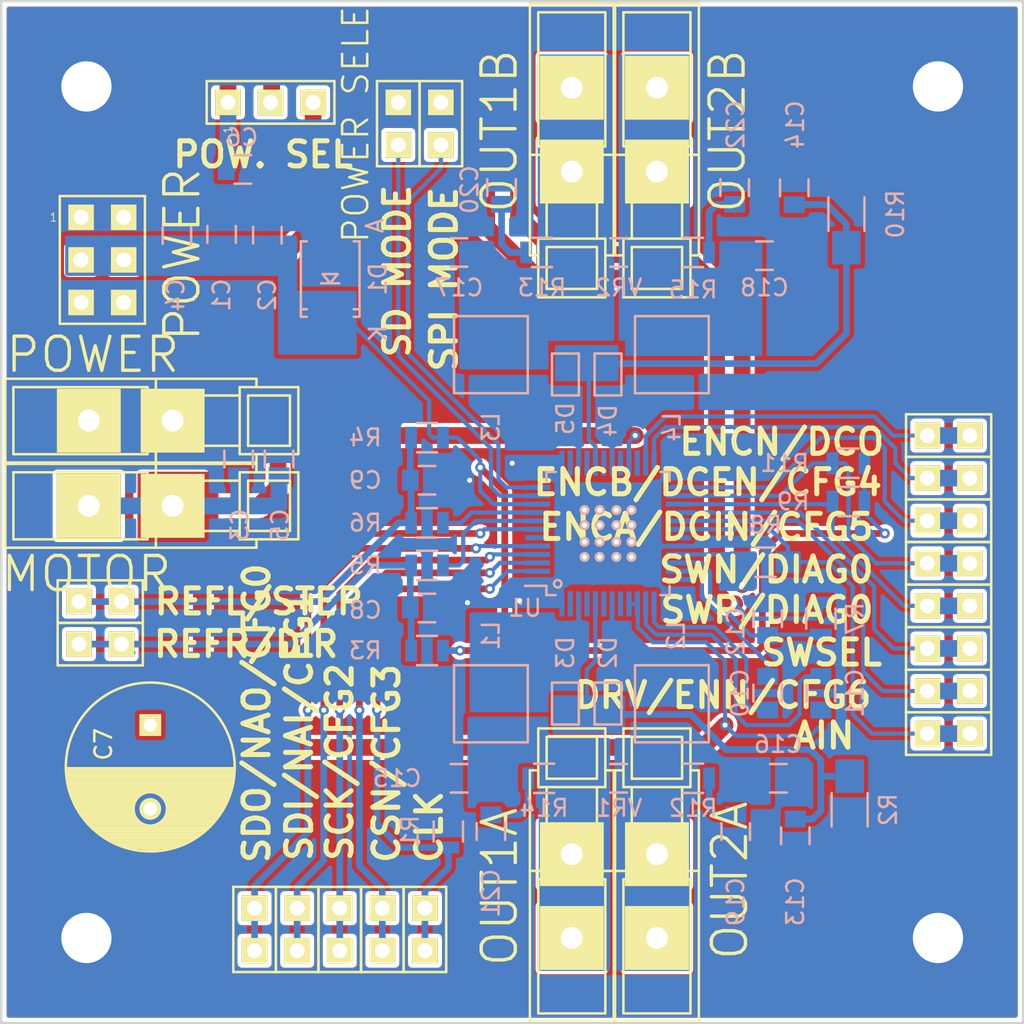
<source format=kicad_pcb>
(kicad_pcb (version 4) (host pcbnew 4.0.2-stable)
  (title_block (title NAME) (date "%d. %m. %Y") (rev REV) (company "Mlab www.mlab.cz") (comment 1 VERSION) (comment 2 "Short description\\nTwo lines are maximum") (comment 3 "nickname <email@example.com>"))
  (layers (0 F.Cu signal hide) (31 B.Cu signal) (34 B.Paste user) (35 F.Paste user) (36 B.SilkS user hide) (37 F.SilkS user hide) (38 B.Mask user hide) (39 F.Mask user hide) (44 Edge.Cuts user))
  (net 0 "")
  (net 1 VCOM)
  (net 2 GNDA)
  (net 3 VSS)
  (net 4 +5V)
  (net 5 "Net-(C8-Pad1)")
  (net 6 "Net-(C9-Pad1)")
  (net 7 "Net-(C10-Pad1)")
  (net 8 "Net-(C10-Pad2)")
  (net 9 "Net-(C11-Pad1)")
  (net 10 "Net-(C12-Pad1)")
  (net 11 "Net-(C13-Pad1)")
  (net 12 "Net-(C14-Pad1)")
  (net 13 "Net-(C15-Pad2)")
  (net 14 "Net-(C16-Pad1)")
  (net 15 "Net-(C17-Pad2)")
  (net 16 "Net-(C18-Pad2)")
  (net 17 "Net-(C19-Pad1)")
  (net 18 "Net-(C20-Pad2)")
  (net 19 "Net-(D2-Pad1)")
  (net 20 "Net-(D3-Pad1)")
  (net 21 "Net-(D4-Pad1)")
  (net 22 "Net-(D5-Pad1)")
  (net 23 "Net-(J4-Pad1)")
  (net 24 "Net-(J7-Pad1)")
  (net 25 "Net-(J8-Pad1)")
  (net 26 "Net-(J9-Pad1)")
  (net 27 "Net-(J10-Pad1)")
  (net 28 "Net-(J11-Pad1)")
  (net 29 "Net-(J12-Pad1)")
  (net 30 "Net-(J13-Pad1)")
  (net 31 "Net-(J14-Pad1)")
  (net 32 "Net-(J15-Pad1)")
  (net 33 VCC)
  (net 34 "Net-(J19-Pad2)")
  (net 35 "Net-(J20-Pad1)")
  (net 36 "Net-(J21-Pad1)")
  (net 37 "Net-(J22-Pad2)")
  (net 38 "Net-(J23-Pad1)")
  (net 39 "Net-(R5-Pad1)")
  (net 40 "Net-(R6-Pad1)")
  (net 41 "Net-(C21-Pad2)")
  (net 42 "Net-(C22-Pad2)")
  (module HBSTEP02A:Inductor_4.5_4.1 (layer B.Cu) (at 125.73 130.81 90)
    (fp_text reference L1 (at 4.064 0 90) (layer B.SilkS) (effects (justify mirror)))
    (fp_text value 100nH)
    (pad 1 smd rect (at 2.2 0 90) (size 1.5 2.2) (layers B.Cu B.Paste B.Mask) (net 20 "Net-(D3-Pad1)"))
    (pad 2 smd rect (at -2.2 0 90) (size 1.5 2.2) (layers B.Cu B.Paste B.Mask) (net 13 "Net-(C15-Pad2)"))
  )
  (module HBSTEP02A:SCHOT_D_MSS1P6 (layer B.Cu) (at 130.175 129.945 90)
    (fp_text reference D3 (at 2.183 0 90) (layer B.SilkS) (effects (justify mirror)))
    (fp_text value MSS1P6)
    (pad 1 smd rect (at 0.4 0 90) (size 0.8 0.8) (layers B.Cu B.Paste B.Mask) (net 20 "Net-(D3-Pad1)"))
    (pad 2 smd rect (at -1.5 0 90) (size 2 1.1) (layers B.Cu B.Paste B.Mask) (net 11 "Net-(C13-Pad1)"))
  )
  (module Capacitors_SMD:C_0805 (layer B.Cu) (at 109.6645 102.8065 90)
    (fp_text reference C1 (at -3.6195 0 90) (layer B.SilkS) (effects (justify mirror)))
    (fp_text value 4u7)
    (pad 1 smd rect (at -1 0 90) (size 1 1.25) (layers B.Cu B.Paste B.Mask) (net 1 VCOM))
    (pad 2 smd rect (at 1 0 90) (size 1 1.25) (layers B.Cu B.Paste B.Mask) (net 2 GNDA))
  )
  (module Capacitors_SMD:C_0805 (layer B.Cu) (at 112.395 102.854 90)
    (fp_text reference C2 (at -3.572 0 90) (layer B.SilkS) (effects (justify mirror)))
    (fp_text value 100nF)
    (pad 1 smd rect (at -1 0 90) (size 1 1.25) (layers B.Cu B.Paste B.Mask) (net 1 VCOM))
    (pad 2 smd rect (at 1 0 90) (size 1 1.25) (layers B.Cu B.Paste B.Mask) (net 2 GNDA))
  )
  (module Capacitors_SMD:C_0805 (layer B.Cu) (at 110.6805 116.205 90)
    (fp_text reference C3 (at -3.937 0.0635 90) (layer B.SilkS) (effects (justify mirror)))
    (fp_text value 100nF)
    (pad 1 smd rect (at -1 0 90) (size 1 1.25) (layers B.Cu B.Paste B.Mask) (net 3 VSS))
    (pad 2 smd rect (at 1 0 90) (size 1 1.25) (layers B.Cu B.Paste B.Mask) (net 2 GNDA))
  )
  (module Capacitors_SMD:C_0805 (layer B.Cu) (at 106.9975 102.87 90)
    (fp_text reference C4 (at -3.556 -0.0635 90) (layer B.SilkS) (effects (justify mirror)))
    (fp_text value 100nF)
    (pad 1 smd rect (at -1 0 90) (size 1 1.25) (layers B.Cu B.Paste B.Mask) (net 1 VCOM))
    (pad 2 smd rect (at 1 0 90) (size 1 1.25) (layers B.Cu B.Paste B.Mask) (net 2 GNDA))
  )
  (module Capacitors_SMD:C_0805 (layer B.Cu) (at 113.0935 116.205 90)
    (fp_text reference C5 (at -3.937 0.0635 90) (layer B.SilkS) (effects (justify mirror)))
    (fp_text value 100nF)
    (pad 1 smd rect (at -1 0 90) (size 1 1.25) (layers B.Cu B.Paste B.Mask) (net 3 VSS))
    (pad 2 smd rect (at 1 0 90) (size 1 1.25) (layers B.Cu B.Paste B.Mask) (net 2 GNDA))
  )
  (module Capacitors_SMD:C_0805 (layer B.Cu) (at 110.9345 98.933)
    (fp_text reference C6 (at -0.0635 -1.905) (layer B.SilkS) (effects (justify mirror)))
    (fp_text value 4u7)
    (pad 1 smd rect (at -1 0) (size 1 1.25) (layers B.Cu B.Paste B.Mask) (net 4 +5V))
    (pad 2 smd rect (at 1 0) (size 1 1.25) (layers B.Cu B.Paste B.Mask) (net 2 GNDA))
  )
  (module Capacitors_ThroughHole:C_Radial_D10_L13_P5 (layer F.Cu) (at 105.41 132.08 270)
    (fp_text reference C7 (at 1.143 2.794 270) (layer F.SilkS))
    (fp_text value 100uF/50V)
    (pad 1 thru_hole rect (at 0 0 270) (size 1.3 1.3) (drill 0.8) (layers *.Cu *.Mask F.SilkS) (net 3 VSS))
    (pad 2 thru_hole circle (at 5 0 270) (size 1.3 1.3) (drill 0.8) (layers *.Cu *.Mask F.SilkS) (net 2 GNDA))
  )
  (module Capacitors_SMD:C_0805 (layer B.Cu) (at 121.92 125.095)
    (fp_text reference C8 (at -3.683 0.127) (layer B.SilkS) (effects (justify mirror)))
    (fp_text value 1nF)
    (pad 1 smd rect (at -1 0) (size 1 1.25) (layers B.Cu B.Paste B.Mask) (net 5 "Net-(C8-Pad1)"))
    (pad 2 smd rect (at 1 0) (size 1 1.25) (layers B.Cu B.Paste B.Mask) (net 2 GNDA))
  )
  (module Capacitors_SMD:C_0805 (layer B.Cu) (at 121.92 117.475)
    (fp_text reference C9 (at -3.683 0) (layer B.SilkS) (effects (justify mirror)))
    (fp_text value 1nF)
    (pad 1 smd rect (at -1 0) (size 1 1.25) (layers B.Cu B.Paste B.Mask) (net 6 "Net-(C9-Pad1)"))
    (pad 2 smd rect (at 1 0) (size 1 1.25) (layers B.Cu B.Paste B.Mask) (net 2 GNDA))
  )
  (module Capacitors_SMD:C_0805 (layer B.Cu) (at 142.24 130.175 270)
    (fp_text reference C10 (at 0 1.651 270) (layer B.SilkS) (effects (justify mirror)))
    (fp_text value 22n)
    (pad 1 smd rect (at -1 0 270) (size 1 1.25) (layers B.Cu B.Paste B.Mask) (net 7 "Net-(C10-Pad1)"))
    (pad 2 smd rect (at 1 0 270) (size 1 1.25) (layers B.Cu B.Paste B.Mask) (net 8 "Net-(C10-Pad2)"))
  )
  (module Capacitors_SMD:C_0805 (layer B.Cu) (at 145.415 130.175 270)
    (fp_text reference C11 (at 0 -2.032 270) (layer B.SilkS) (effects (justify mirror)))
    (fp_text value 100nF)
    (pad 1 smd rect (at -1 0 270) (size 1 1.25) (layers B.Cu B.Paste B.Mask) (net 9 "Net-(C11-Pad1)"))
    (pad 2 smd rect (at 1 0 270) (size 1 1.25) (layers B.Cu B.Paste B.Mask) (net 3 VSS))
  )
  (module Capacitors_SMD:C_0805 (layer B.Cu) (at 142.24 125.73 90)
    (fp_text reference C12 (at -0.762 -1.905 90) (layer B.SilkS) (effects (justify mirror)))
    (fp_text value 470nF)
    (pad 1 smd rect (at -1 0 90) (size 1 1.25) (layers B.Cu B.Paste B.Mask) (net 10 "Net-(C12-Pad1)"))
    (pad 2 smd rect (at 1 0 90) (size 1 1.25) (layers B.Cu B.Paste B.Mask) (net 2 GNDA))
  )
  (module Capacitors_SMD:C_0805 (layer B.Cu) (at 143.891 138.684 270)
    (fp_text reference C13 (at 3.937 0 270) (layer B.SilkS) (effects (justify mirror)))
    (fp_text value 100nF)
    (pad 1 smd rect (at -1 0 270) (size 1 1.25) (layers B.Cu B.Paste B.Mask) (net 11 "Net-(C13-Pad1)"))
    (pad 2 smd rect (at 1 0 270) (size 1 1.25) (layers B.Cu B.Paste B.Mask) (net 2 GNDA))
  )
  (module Capacitors_SMD:C_0805 (layer B.Cu) (at 143.8275 100.0285 90)
    (fp_text reference C14 (at 3.7625 0.0635 90) (layer B.SilkS) (effects (justify mirror)))
    (fp_text value 100nF)
    (pad 1 smd rect (at -1 0 90) (size 1 1.25) (layers B.Cu B.Paste B.Mask) (net 12 "Net-(C14-Pad1)"))
    (pad 2 smd rect (at 1 0 90) (size 1 1.25) (layers B.Cu B.Paste B.Mask) (net 2 GNDA))
  )
  (module Capacitors_SMD:C_0805 (layer B.Cu) (at 123.825 135.255)
    (fp_text reference C15 (at -3.683 0) (layer B.SilkS) (effects (justify mirror)))
    (fp_text value 470pF)
    (pad 1 smd rect (at -1 0) (size 1 1.25) (layers B.Cu B.Paste B.Mask) (net 2 GNDA))
    (pad 2 smd rect (at 1 0) (size 1 1.25) (layers B.Cu B.Paste B.Mask) (net 13 "Net-(C15-Pad2)"))
  )
  (module Capacitors_SMD:C_0805 (layer B.Cu) (at 142.875 135.255)
    (fp_text reference C16 (at 0 -2.032) (layer B.SilkS) (effects (justify mirror)))
    (fp_text value 470pF)
    (pad 1 smd rect (at -1 0) (size 1 1.25) (layers B.Cu B.Paste B.Mask) (net 14 "Net-(C16-Pad1)"))
    (pad 2 smd rect (at 1 0) (size 1 1.25) (layers B.Cu B.Paste B.Mask) (net 2 GNDA))
  )
  (module Capacitors_SMD:C_0805 (layer B.Cu) (at 123.825 103.886)
    (fp_text reference C17 (at 0 2.1) (layer B.SilkS) (effects (justify mirror)))
    (fp_text value 470pF)
    (pad 1 smd rect (at -1 0) (size 1 1.25) (layers B.Cu B.Paste B.Mask) (net 2 GNDA))
    (pad 2 smd rect (at 1 0) (size 1 1.25) (layers B.Cu B.Paste B.Mask) (net 15 "Net-(C17-Pad2)"))
  )
  (module Capacitors_SMD:C_0805 (layer B.Cu) (at 142.0495 104.0765 180)
    (fp_text reference C18 (at 0 -1.905 180) (layer B.SilkS) (effects (justify mirror)))
    (fp_text value 470pF)
    (pad 1 smd rect (at -1 0 180) (size 1 1.25) (layers B.Cu B.Paste B.Mask) (net 2 GNDA))
    (pad 2 smd rect (at 1 0 180) (size 1 1.25) (layers B.Cu B.Paste B.Mask) (net 16 "Net-(C18-Pad2)"))
  )
  (module Capacitors_SMD:C_0805 (layer B.Cu) (at 140.335 138.43 270)
    (fp_text reference C19 (at 4.191 0 270) (layer B.SilkS) (effects (justify mirror)))
    (fp_text value 4n7)
    (pad 1 smd rect (at -1 0 270) (size 1 1.25) (layers B.Cu B.Paste B.Mask) (net 17 "Net-(C19-Pad1)"))
    (pad 2 smd rect (at 1 0 270) (size 1 1.25) (layers B.Cu B.Paste B.Mask) (net 2 GNDA))
  )
  (module Capacitors_SMD:C_0805 (layer B.Cu) (at 126.365 100.0125 270)
    (fp_text reference C20 (at 0.127 1.905 270) (layer B.SilkS) (effects (justify mirror)))
    (fp_text value 4n7)
    (pad 1 smd rect (at -1 0 270) (size 1 1.25) (layers B.Cu B.Paste B.Mask) (net 2 GNDA))
    (pad 2 smd rect (at 1 0 270) (size 1 1.25) (layers B.Cu B.Paste B.Mask) (net 18 "Net-(C20-Pad2)"))
  )
  (module Capacitors_SMD:C_0805 (layer B.Cu) (at 125.73 138.43 90)
    (fp_text reference C21 (at -3.683 0 90) (layer B.SilkS) (effects (justify mirror)))
    (fp_text value 4n7)
    (pad 1 smd rect (at -1 0 90) (size 1 1.25) (layers B.Cu B.Paste B.Mask) (net 2 GNDA))
    (pad 2 smd rect (at 1 0 90) (size 1 1.25) (layers B.Cu B.Paste B.Mask) (net 41 "Net-(C21-Pad2)"))
  )
  (module Capacitors_SMD:C_0805 (layer B.Cu) (at 140.2715 100.0125 270)
    (fp_text reference C22 (at -3.7465 -0.0635 270) (layer B.SilkS) (effects (justify mirror)))
    (fp_text value 4n7)
    (pad 1 smd rect (at -1 0 270) (size 1 1.25) (layers B.Cu B.Paste B.Mask) (net 2 GNDA))
    (pad 2 smd rect (at 1 0 270) (size 1 1.25) (layers B.Cu B.Paste B.Mask) (net 42 "Net-(C22-Pad2)"))
  )
  (module Diodes_SMD:SMA_Handsoldering (layer B.Cu) (at 116.1415 105.4735 90)
    (fp_text reference D1 (at 0 2.85 90) (layer B.SilkS) (effects (justify mirror)))
    (fp_text value M4)
    (fp_text user K (at -3.2385 2.8575 90) (layer B.SilkS) (effects (justify mirror)))
    (fp_text user A (at 3.175 2.667 90) (layer B.SilkS) (effects (justify mirror)))
    (pad 1 smd rect (at -2.49936 0 90) (size 3.50012 1.80086) (layers B.Cu B.Paste B.Mask) (net 1 VCOM))
    (pad 2 smd rect (at 2.49936 0 90) (size 3.50012 1.80086) (layers B.Cu B.Paste B.Mask) (net 2 GNDA))
  )
  (module HBSTEP02A:SCHOT_D_MSS1P6 (layer B.Cu) (at 132.715 129.945 90)
    (fp_text reference D2 (at 2.183 0 90) (layer B.SilkS) (effects (justify mirror)))
    (fp_text value MSS1P6)
    (pad 1 smd rect (at 0.4 0 90) (size 0.8 0.8) (layers B.Cu B.Paste B.Mask) (net 19 "Net-(D2-Pad1)"))
    (pad 2 smd rect (at -1.5 0 90) (size 2 1.1) (layers B.Cu B.Paste B.Mask) (net 11 "Net-(C13-Pad1)"))
  )
  (module HBSTEP02A:SCHOT_D_MSS1P6 (layer B.Cu) (at 132.715 112.014 270)
    (fp_text reference D4 (at 1.905 0 270) (layer B.SilkS) (effects (justify mirror)))
    (fp_text value MSS1P6)
    (pad 1 smd rect (at 0.4 0 270) (size 0.8 0.8) (layers B.Cu B.Paste B.Mask) (net 21 "Net-(D4-Pad1)"))
    (pad 2 smd rect (at -1.5 0 270) (size 2 1.1) (layers B.Cu B.Paste B.Mask) (net 12 "Net-(C14-Pad1)"))
  )
  (module HBSTEP02A:SCHOT_D_MSS1P6 (layer B.Cu) (at 130.175 112.014 270)
    (fp_text reference D5 (at 1.778 0 270) (layer B.SilkS) (effects (justify mirror)))
    (fp_text value MSS1P6)
    (pad 1 smd rect (at 0.4 0 270) (size 0.8 0.8) (layers B.Cu B.Paste B.Mask) (net 22 "Net-(D5-Pad1)"))
    (pad 2 smd rect (at -1.5 0 270) (size 2 1.1) (layers B.Cu B.Paste B.Mask) (net 12 "Net-(C14-Pad1)"))
  )
  (module Mlab_Pin_Headers:Straight_2x03 (layer F.Cu) (at 102.5525 104.3305)
    (fp_text reference J1 hide)
    (fp_text value "VIO 3.3-5V" hide)
    (fp_text user 1 (at -2.921 -2.54) (layer F.SilkS) (effects (font (size 0.5 0.5) (thickness 0.05))))
    (pad 1 thru_hole rect (at -1.27 -2.54) (size 1.524 1.524) (drill 0.889) (layers *.Cu *.Mask F.SilkS) (net 2 GNDA))
    (pad 2 thru_hole rect (at 1.27 -2.54) (size 1.524 1.524) (drill 0.889) (layers *.Cu *.Mask F.SilkS) (net 2 GNDA))
    (pad 3 thru_hole rect (at -1.27 0) (size 1.524 1.524) (drill 0.889) (layers *.Cu *.Mask F.SilkS) (net 1 VCOM))
    (pad 4 thru_hole rect (at 1.27 0) (size 1.524 1.524) (drill 0.889) (layers *.Cu *.Mask F.SilkS) (net 1 VCOM))
    (pad 5 thru_hole rect (at -1.27 2.54) (size 1.524 1.524) (drill 0.889) (layers *.Cu *.Mask F.SilkS) (net 2 GNDA))
    (pad 6 thru_hole rect (at 1.27 2.54) (size 1.524 1.524) (drill 0.889) (layers *.Cu *.Mask F.SilkS) (net 2 GNDA))
  )
  (module Mlab_Pin_Headers:Straight_1x02 (layer F.Cu) (at 102.4255 127.25079 90)
    (fp_text reference J2 hide)
    (fp_text value REFL/STEP hide)
    (pad 2 thru_hole rect (at 0 1.27 90) (size 1.524 1.524) (drill 0.889) (layers *.Cu *.Mask F.SilkS) (net 5 "Net-(C8-Pad1)"))
    (pad 1 thru_hole rect (at 0 -1.27 90) (size 1.524 1.524) (drill 0.889) (layers *.Cu *.Mask F.SilkS) (net 5 "Net-(C8-Pad1)"))
  )
  (module Mlab_Pin_Headers:Straight_1x02 (layer F.Cu) (at 102.4255 124.714 90)
    (fp_text reference J3 hide)
    (fp_text value REFR/DIR hide)
    (pad 2 thru_hole rect (at 0 1.27 90) (size 1.524 1.524) (drill 0.889) (layers *.Cu *.Mask F.SilkS) (net 6 "Net-(C9-Pad1)"))
    (pad 1 thru_hole rect (at 0 -1.27 90) (size 1.524 1.524) (drill 0.889) (layers *.Cu *.Mask F.SilkS) (net 6 "Net-(C9-Pad1)"))
  )
  (module Mlab_Pin_Headers:Straight_1x02 (layer F.Cu) (at 121.793 144.272 180)
    (fp_text reference J4 hide)
    (fp_text value CLK hide)
    (pad 2 thru_hole rect (at 0 1.27 180) (size 1.524 1.524) (drill 0.889) (layers *.Cu *.Mask F.SilkS) (net 23 "Net-(J4-Pad1)"))
    (pad 1 thru_hole rect (at 0 -1.27 180) (size 1.524 1.524) (drill 0.889) (layers *.Cu *.Mask F.SilkS) (net 23 "Net-(J4-Pad1)"))
  )
  (module Mlab_Con:WAGO256 (layer F.Cu) (at 104.2035 118.999)
    (fp_text reference J5 hide)
    (fp_text value CONN1_1 hide)
    (pad 1 thru_hole rect (at -2.46 0 90) (size 3.81 3.81) (drill 1.3) (layers *.Cu *.Mask F.SilkS) (net 3 VSS))
    (pad 1 thru_hole rect (at 2.54 0 90) (size 3.81 3.81) (drill 1.3) (layers *.Cu *.Mask F.SilkS) (net 3 VSS))
  )
  (module Mlab_Con:WAGO256 (layer F.Cu) (at 104.2035 113.919)
    (fp_text reference J6 hide)
    (fp_text value CONN1_1 hide)
    (pad 1 thru_hole rect (at -2.46 0 90) (size 3.81 3.81) (drill 1.3) (layers *.Cu *.Mask F.SilkS) (net 2 GNDA))
    (pad 1 thru_hole rect (at 2.54 0 90) (size 3.81 3.81) (drill 1.3) (layers *.Cu *.Mask F.SilkS) (net 2 GNDA))
  )
  (module Mlab_Pin_Headers:Straight_1x02 (layer F.Cu) (at 119.253 144.272)
    (fp_text reference J7 hide)
    (fp_text value CSN/CFG3 hide)
    (pad 2 thru_hole rect (at 0 1.27) (size 1.524 1.524) (drill 0.889) (layers *.Cu *.Mask F.SilkS) (net 24 "Net-(J7-Pad1)"))
    (pad 1 thru_hole rect (at 0 -1.27) (size 1.524 1.524) (drill 0.889) (layers *.Cu *.Mask F.SilkS) (net 24 "Net-(J7-Pad1)"))
  )
  (module Mlab_Pin_Headers:Straight_1x02 (layer F.Cu) (at 116.713 144.272 180)
    (fp_text reference J8 hide)
    (fp_text value SCK/CFG2 hide)
    (pad 2 thru_hole rect (at 0 1.27 180) (size 1.524 1.524) (drill 0.889) (layers *.Cu *.Mask F.SilkS) (net 25 "Net-(J8-Pad1)"))
    (pad 1 thru_hole rect (at 0 -1.27 180) (size 1.524 1.524) (drill 0.889) (layers *.Cu *.Mask F.SilkS) (net 25 "Net-(J8-Pad1)"))
  )
  (module Mlab_Pin_Headers:Straight_1x02 (layer F.Cu) (at 114.173 144.272 180)
    (fp_text reference J9 hide)
    (fp_text value SID/NAI/CFG1 hide)
    (pad 2 thru_hole rect (at 0 1.27 180) (size 1.524 1.524) (drill 0.889) (layers *.Cu *.Mask F.SilkS) (net 26 "Net-(J9-Pad1)"))
    (pad 1 thru_hole rect (at 0 -1.27 180) (size 1.524 1.524) (drill 0.889) (layers *.Cu *.Mask F.SilkS) (net 26 "Net-(J9-Pad1)"))
  )
  (module Mlab_Pin_Headers:Straight_1x02 (layer F.Cu) (at 111.633 144.272 180)
    (fp_text reference J10 hide)
    (fp_text value SDO/NAO/CFG0 hide)
    (pad 2 thru_hole rect (at 0 1.27 180) (size 1.524 1.524) (drill 0.889) (layers *.Cu *.Mask F.SilkS) (net 27 "Net-(J10-Pad1)"))
    (pad 1 thru_hole rect (at 0 -1.27 180) (size 1.524 1.524) (drill 0.889) (layers *.Cu *.Mask F.SilkS) (net 27 "Net-(J10-Pad1)"))
  )
  (module Mlab_Pin_Headers:Straight_1x02 (layer F.Cu) (at 153.035 114.808 90)
    (fp_text reference J11 hide)
    (fp_text value ENCN/DCO hide)
    (pad 2 thru_hole rect (at 0 1.27 90) (size 1.524 1.524) (drill 0.889) (layers *.Cu *.Mask F.SilkS) (net 28 "Net-(J11-Pad1)"))
    (pad 1 thru_hole rect (at 0 -1.27 90) (size 1.524 1.524) (drill 0.889) (layers *.Cu *.Mask F.SilkS) (net 28 "Net-(J11-Pad1)"))
  )
  (module Mlab_Pin_Headers:Straight_1x02 (layer F.Cu) (at 153.035 117.348 90)
    (fp_text reference J12 hide)
    (fp_text value ENCB/DCEN/CFG4 hide)
    (pad 2 thru_hole rect (at 0 1.27 90) (size 1.524 1.524) (drill 0.889) (layers *.Cu *.Mask F.SilkS) (net 29 "Net-(J12-Pad1)"))
    (pad 1 thru_hole rect (at 0 -1.27 90) (size 1.524 1.524) (drill 0.889) (layers *.Cu *.Mask F.SilkS) (net 29 "Net-(J12-Pad1)"))
  )
  (module Mlab_Pin_Headers:Straight_1x02 (layer F.Cu) (at 153.035 119.888 270)
    (fp_text reference J13 hide)
    (fp_text value ENCA/DCIN/CFG5 hide)
    (pad 2 thru_hole rect (at 0 1.27 270) (size 1.524 1.524) (drill 0.889) (layers *.Cu *.Mask F.SilkS) (net 30 "Net-(J13-Pad1)"))
    (pad 1 thru_hole rect (at 0 -1.27 270) (size 1.524 1.524) (drill 0.889) (layers *.Cu *.Mask F.SilkS) (net 30 "Net-(J13-Pad1)"))
  )
  (module Mlab_Pin_Headers:Straight_1x02 (layer F.Cu) (at 153.035 124.968 90)
    (fp_text reference J14 hide)
    (fp_text value SWP/DIAG1 hide)
    (pad 2 thru_hole rect (at 0 1.27 90) (size 1.524 1.524) (drill 0.889) (layers *.Cu *.Mask F.SilkS) (net 31 "Net-(J14-Pad1)"))
    (pad 1 thru_hole rect (at 0 -1.27 90) (size 1.524 1.524) (drill 0.889) (layers *.Cu *.Mask F.SilkS) (net 31 "Net-(J14-Pad1)"))
  )
  (module Mlab_Pin_Headers:Straight_1x02 (layer F.Cu) (at 153.035 122.428 90)
    (fp_text reference J15 hide)
    (fp_text value SWN/DIAG0 hide)
    (pad 2 thru_hole rect (at 0 1.27 90) (size 1.524 1.524) (drill 0.889) (layers *.Cu *.Mask F.SilkS) (net 32 "Net-(J15-Pad1)"))
    (pad 1 thru_hole rect (at 0 -1.27 90) (size 1.524 1.524) (drill 0.889) (layers *.Cu *.Mask F.SilkS) (net 32 "Net-(J15-Pad1)"))
  )
  (module Mlab_Con:WAGO256 (layer F.Cu) (at 130.556 142.32 90)
    (fp_text reference J16 hide)
    (fp_text value CONN1_1 hide)
    (pad 1 thru_hole rect (at -2.46 0 180) (size 3.81 3.81) (drill 1.3) (layers *.Cu *.Mask F.SilkS) (net 13 "Net-(C15-Pad2)"))
    (pad 1 thru_hole rect (at 2.54 0 180) (size 3.81 3.81) (drill 1.3) (layers *.Cu *.Mask F.SilkS) (net 13 "Net-(C15-Pad2)"))
  )
  (module Mlab_Con:WAGO256 (layer F.Cu) (at 135.636 142.32 90)
    (fp_text reference J17 hide)
    (fp_text value CONN1_1 hide)
    (pad 1 thru_hole rect (at -2.46 0 180) (size 3.81 3.81) (drill 1.3) (layers *.Cu *.Mask F.SilkS) (net 14 "Net-(C16-Pad1)"))
    (pad 1 thru_hole rect (at 2.54 0 180) (size 3.81 3.81) (drill 1.3) (layers *.Cu *.Mask F.SilkS) (net 14 "Net-(C16-Pad1)"))
  )
  (module Mlab_Pin_Headers:Straight_1x03 (layer F.Cu) (at 112.5855 94.9325 90)
    (fp_text reference J18 hide)
    (fp_text value "POWER SELECT" (at 0 5.08 90) (layer F.SilkS) (effects (font (size 1.5 1.5))))
    (fp_text user 1 (at -1.651 -2.54 90) (layer F.SilkS) (effects (font (size 0.5 0.5) (thickness 0.05))))
    (pad 3 thru_hole rect (at 0 2.54 90) (size 1.524 1.524) (drill 0.889) (layers *.Cu *.Mask F.SilkS) (net 1 VCOM))
    (pad 2 thru_hole rect (at 0 0 90) (size 1.524 1.524) (drill 0.889) (layers *.Cu *.Mask F.SilkS) (net 33 VCC))
    (pad 1 thru_hole rect (at 0 -2.54 90) (size 1.524 1.524) (drill 0.889) (layers *.Cu *.Mask F.SilkS) (net 4 +5V))
  )
  (module Mlab_Pin_Headers:Straight_1x02 (layer F.Cu) (at 120.2055 96.2025)
    (fp_text reference J19 hide)
    (fp_text value SDMODE hide)
    (pad 2 thru_hole rect (at 0 1.27) (size 1.524 1.524) (drill 0.889) (layers *.Cu *.Mask F.SilkS) (net 34 "Net-(J19-Pad2)"))
    (pad 1 thru_hole rect (at 0 -1.27) (size 1.524 1.524) (drill 0.889) (layers *.Cu *.Mask F.SilkS) (net 2 GNDA))
  )
  (module Mlab_Pin_Headers:Straight_1x02 (layer F.Cu) (at 153.035 130.048 90)
    (fp_text reference J20 hide)
    (fp_text value DRV_ENN_CFG6 hide)
    (pad 2 thru_hole rect (at 0 1.27 90) (size 1.524 1.524) (drill 0.889) (layers *.Cu *.Mask F.SilkS) (net 35 "Net-(J20-Pad1)"))
    (pad 1 thru_hole rect (at 0 -1.27 90) (size 1.524 1.524) (drill 0.889) (layers *.Cu *.Mask F.SilkS) (net 35 "Net-(J20-Pad1)"))
  )
  (module Mlab_Pin_Headers:Straight_1x02 (layer F.Cu) (at 153.035 127.508 90)
    (fp_text reference J21 hide)
    (fp_text value SWSEL hide)
    (pad 2 thru_hole rect (at 0 1.27 90) (size 1.524 1.524) (drill 0.889) (layers *.Cu *.Mask F.SilkS) (net 36 "Net-(J21-Pad1)"))
    (pad 1 thru_hole rect (at 0 -1.27 90) (size 1.524 1.524) (drill 0.889) (layers *.Cu *.Mask F.SilkS) (net 36 "Net-(J21-Pad1)"))
  )
  (module Mlab_Pin_Headers:Straight_1x02 (layer F.Cu) (at 122.7455 96.2025)
    (fp_text reference J22 hide)
    (fp_text value SPIMODE hide)
    (pad 2 thru_hole rect (at 0 1.27) (size 1.524 1.524) (drill 0.889) (layers *.Cu *.Mask F.SilkS) (net 37 "Net-(J22-Pad2)"))
    (pad 1 thru_hole rect (at 0 -1.27) (size 1.524 1.524) (drill 0.889) (layers *.Cu *.Mask F.SilkS) (net 2 GNDA))
  )
  (module Mlab_Pin_Headers:Straight_1x02 (layer F.Cu) (at 153.035 132.588 90)
    (fp_text reference J23 hide)
    (fp_text value AIN hide)
    (pad 2 thru_hole rect (at 0 1.27 90) (size 1.524 1.524) (drill 0.889) (layers *.Cu *.Mask F.SilkS) (net 38 "Net-(J23-Pad1)"))
    (pad 1 thru_hole rect (at 0 -1.27 90) (size 1.524 1.524) (drill 0.889) (layers *.Cu *.Mask F.SilkS) (net 38 "Net-(J23-Pad1)"))
  )
  (module Mlab_Con:WAGO256 (layer F.Cu) (at 130.556 96.52 270)
    (fp_text reference J24 hide)
    (fp_text value CONN1_1 hide)
    (pad 1 thru_hole rect (at -2.46 0) (size 3.81 3.81) (drill 1.3) (layers *.Cu *.Mask F.SilkS) (net 15 "Net-(C17-Pad2)"))
    (pad 1 thru_hole rect (at 2.54 0) (size 3.81 3.81) (drill 1.3) (layers *.Cu *.Mask F.SilkS) (net 15 "Net-(C17-Pad2)"))
  )
  (module Mlab_Con:WAGO256 (layer F.Cu) (at 135.636 96.52 270)
    (fp_text reference J25 hide)
    (fp_text value CONN1_1 hide)
    (pad 1 thru_hole rect (at -2.46 0) (size 3.81 3.81) (drill 1.3) (layers *.Cu *.Mask F.SilkS) (net 16 "Net-(C18-Pad2)"))
    (pad 1 thru_hole rect (at 2.54 0) (size 3.81 3.81) (drill 1.3) (layers *.Cu *.Mask F.SilkS) (net 16 "Net-(C18-Pad2)"))
  )
  (module HBSTEP02A:Inductor_4.5_4.1 (layer B.Cu) (at 136.525 130.81 90)
    (fp_text reference L2 (at 4.064 0.254 90) (layer B.SilkS) (effects (justify mirror)))
    (fp_text value 100nH)
    (pad 1 smd rect (at 2.2 0 90) (size 1.5 2.2) (layers B.Cu B.Paste B.Mask) (net 19 "Net-(D2-Pad1)"))
    (pad 2 smd rect (at -2.2 0 90) (size 1.5 2.2) (layers B.Cu B.Paste B.Mask) (net 14 "Net-(C16-Pad1)"))
  )
  (module HBSTEP02A:Inductor_4.5_4.1 (layer B.Cu) (at 125.73 109.982 270)
    (fp_text reference L3 (at 4.318 0 270) (layer B.SilkS) (effects (justify mirror)))
    (fp_text value 100nH)
    (pad 1 smd rect (at 2.2 0 270) (size 1.5 2.2) (layers B.Cu B.Paste B.Mask) (net 22 "Net-(D5-Pad1)"))
    (pad 2 smd rect (at -2.2 0 270) (size 1.5 2.2) (layers B.Cu B.Paste B.Mask) (net 15 "Net-(C17-Pad2)"))
  )
  (module HBSTEP02A:Inductor_4.5_4.1 (layer B.Cu) (at 136.525 109.982 270)
    (fp_text reference L4 (at 4.318 0 270) (layer B.SilkS) (effects (justify mirror)))
    (fp_text value 100nH)
    (pad 1 smd rect (at 2.2 0 270) (size 1.5 2.2) (layers B.Cu B.Paste B.Mask) (net 21 "Net-(D4-Pad1)"))
    (pad 2 smd rect (at -2.2 0 270) (size 1.5 2.2) (layers B.Cu B.Paste B.Mask) (net 16 "Net-(C18-Pad2)"))
  )
  (module Mlab_Mechanical:MountingHole_3mm (layer F.Cu) (at 101.6 144.78)
    (fp_text reference M1 hide)
    (fp_text value HOLE hide)
    (pad 1 thru_hole circle (at 0 0) (size 6 6) (drill 3) (layers *.Cu *.Adhes *.Mask) (net 2 GNDA) (clearance 1))
  )
  (module Mlab_Mechanical:MountingHole_3mm (layer F.Cu) (at 152.4 93.98)
    (fp_text reference M2 hide)
    (fp_text value HOLE hide)
    (pad 1 thru_hole circle (at 0 0) (size 6 6) (drill 3) (layers *.Cu *.Adhes *.Mask) (net 2 GNDA) (clearance 1))
  )
  (module Mlab_Mechanical:MountingHole_3mm (layer F.Cu) (at 152.4 144.78)
    (fp_text reference M3 hide)
    (fp_text value HOLE hide)
    (pad 1 thru_hole circle (at 0 0) (size 6 6) (drill 3) (layers *.Cu *.Adhes *.Mask) (net 2 GNDA) (clearance 1))
  )
  (module Mlab_Mechanical:MountingHole_3mm (layer F.Cu) (at 101.6 93.98)
    (fp_text reference M4 hide)
    (fp_text value HOLE hide)
    (pad 1 thru_hole circle (at 0 0) (size 6 6) (drill 3) (layers *.Cu *.Adhes *.Mask) (net 2 GNDA) (clearance 1))
  )
  (module Resistors_SMD:R_0805 (layer B.Cu) (at 123.19 138.43 90)
    (fp_text reference R1 (at 0 -2.286 90) (layer B.SilkS) (effects (justify mirror)))
    (fp_text value 1k)
    (pad 1 smd rect (at -0.95 0 90) (size 0.7 1.3) (layers B.Cu B.Paste B.Mask) (net 23 "Net-(J4-Pad1)"))
    (pad 2 smd rect (at 0.95 0 90) (size 0.7 1.3) (layers B.Cu B.Paste B.Mask) (net 2 GNDA))
  )
  (module Resistors_SMD:R_1206_HandSoldering (layer B.Cu) (at 147.1295 137.128 90)
    (fp_text reference R2 (at 0 2.3 90) (layer B.SilkS) (effects (justify mirror)))
    (fp_text value 0R27)
    (pad 1 smd rect (at -2 0 90) (size 2 1.7) (layers B.Cu B.Paste B.Mask) (net 2 GNDA))
    (pad 2 smd rect (at 2 0 90) (size 2 1.7) (layers B.Cu B.Paste B.Mask) (net 11 "Net-(C13-Pad1)"))
  )
  (module Resistors_SMD:R_0805 (layer B.Cu) (at 121.92 127.635 180)
    (fp_text reference R3 (at 3.683 0 180) (layer B.SilkS) (effects (justify mirror)))
    (fp_text value 10k)
    (pad 1 smd rect (at -0.95 0 180) (size 0.7 1.3) (layers B.Cu B.Paste B.Mask) (net 1 VCOM))
    (pad 2 smd rect (at 0.95 0 180) (size 0.7 1.3) (layers B.Cu B.Paste B.Mask) (net 5 "Net-(C8-Pad1)"))
  )
  (module Resistors_SMD:R_0805 (layer B.Cu) (at 121.92 114.935 180)
    (fp_text reference R4 (at 3.683 0 180) (layer B.SilkS) (effects (justify mirror)))
    (fp_text value 10k)
    (pad 1 smd rect (at -0.95 0 180) (size 0.7 1.3) (layers B.Cu B.Paste B.Mask) (net 1 VCOM))
    (pad 2 smd rect (at 0.95 0 180) (size 0.7 1.3) (layers B.Cu B.Paste B.Mask) (net 6 "Net-(C9-Pad1)"))
  )
  (module Resistors_SMD:R_0805 (layer B.Cu) (at 121.92 122.555 180)
    (fp_text reference R5 (at 3.683 0 180) (layer B.SilkS) (effects (justify mirror)))
    (fp_text value 22k)
    (pad 1 smd rect (at -0.95 0 180) (size 0.7 1.3) (layers B.Cu B.Paste B.Mask) (net 39 "Net-(R5-Pad1)"))
    (pad 2 smd rect (at 0.95 0 180) (size 0.7 1.3) (layers B.Cu B.Paste B.Mask) (net 5 "Net-(C8-Pad1)"))
  )
  (module Resistors_SMD:R_0805 (layer B.Cu) (at 121.92 120.015 180)
    (fp_text reference R6 (at 3.683 0 180) (layer B.SilkS) (effects (justify mirror)))
    (fp_text value 22k)
    (pad 1 smd rect (at -0.95 0 180) (size 0.7 1.3) (layers B.Cu B.Paste B.Mask) (net 40 "Net-(R6-Pad1)"))
    (pad 2 smd rect (at 0.95 0 180) (size 0.7 1.3) (layers B.Cu B.Paste B.Mask) (net 6 "Net-(C9-Pad1)"))
  )
  (module Resistors_SMD:R_0805 (layer B.Cu) (at 145.415 125.73 270)
    (fp_text reference R7 (at 0 -2.032 270) (layer B.SilkS) (effects (justify mirror)))
    (fp_text value 3.3)
    (pad 1 smd rect (at -0.95 0 270) (size 0.7 1.3) (layers B.Cu B.Paste B.Mask) (net 33 VCC))
    (pad 2 smd rect (at 0.95 0 270) (size 0.7 1.3) (layers B.Cu B.Paste B.Mask) (net 10 "Net-(C12-Pad1)"))
  )
  (module Resistors_SMD:R_0805_HandSoldering (layer B.Cu) (at 142.113 122.3645)
    (fp_text reference R8 (at 0 -2.2225) (layer B.SilkS) (effects (justify mirror)))
    (fp_text value _R)
    (pad 1 smd rect (at -1.35 0) (size 1.5 1.3) (layers B.Cu B.Paste B.Mask) (net 4 +5V))
    (pad 2 smd rect (at 1.35 0) (size 1.5 1.3) (layers B.Cu B.Paste B.Mask) (net 38 "Net-(J23-Pad1)"))
  )
  (module Resistors_SMD:R_0805 (layer B.Cu) (at 147.066 118.745 180)
    (fp_text reference R9 (at 3.302 0 180) (layer B.SilkS) (effects (justify mirror)))
    (fp_text value 10k)
    (pad 1 smd rect (at -0.95 0 180) (size 0.7 1.3) (layers B.Cu B.Paste B.Mask) (net 1 VCOM))
    (pad 2 smd rect (at 0.95 0 180) (size 0.7 1.3) (layers B.Cu B.Paste B.Mask) (net 31 "Net-(J14-Pad1)"))
  )
  (module Resistors_SMD:R_1206_HandSoldering (layer B.Cu) (at 146.939 101.6 270)
    (fp_text reference R10 (at 0 -2.921 270) (layer B.SilkS) (effects (justify mirror)))
    (fp_text value 0R27)
    (pad 1 smd rect (at -2 0 270) (size 2 1.7) (layers B.Cu B.Paste B.Mask) (net 2 GNDA))
    (pad 2 smd rect (at 2 0 270) (size 2 1.7) (layers B.Cu B.Paste B.Mask) (net 12 "Net-(C14-Pad1)"))
  )
  (module Resistors_SMD:R_0805 (layer B.Cu) (at 147.066 116.459 180)
    (fp_text reference R11 (at 3.81 0 180) (layer B.SilkS) (effects (justify mirror)))
    (fp_text value 10k)
    (pad 1 smd rect (at -0.95 0 180) (size 0.7 1.3) (layers B.Cu B.Paste B.Mask) (net 1 VCOM))
    (pad 2 smd rect (at 0.95 0 180) (size 0.7 1.3) (layers B.Cu B.Paste B.Mask) (net 32 "Net-(J15-Pad1)"))
  )
  (module Resistors_SMD:R_0805 (layer B.Cu) (at 137.795 135.255)
    (fp_text reference R12 (at 0 1.778) (layer B.SilkS) (effects (justify mirror)))
    (fp_text value 27)
    (pad 1 smd rect (at -0.95 0) (size 0.7 1.3) (layers B.Cu B.Paste B.Mask) (net 14 "Net-(C16-Pad1)"))
    (pad 2 smd rect (at 0.95 0) (size 0.7 1.3) (layers B.Cu B.Paste B.Mask) (net 17 "Net-(C19-Pad1)"))
  )
  (module Resistors_SMD:R_0805 (layer B.Cu) (at 128.778 103.886)
    (fp_text reference R13 (at 0 2.1) (layer B.SilkS) (effects (justify mirror)))
    (fp_text value 27)
    (pad 1 smd rect (at -0.95 0) (size 0.7 1.3) (layers B.Cu B.Paste B.Mask) (net 18 "Net-(C20-Pad2)"))
    (pad 2 smd rect (at 0.95 0) (size 0.7 1.3) (layers B.Cu B.Paste B.Mask) (net 15 "Net-(C17-Pad2)"))
  )
  (module Resistors_SMD:R_0805 (layer B.Cu) (at 128.905 135.255)
    (fp_text reference R14 (at 0 1.778) (layer B.SilkS) (effects (justify mirror)))
    (fp_text value 27)
    (pad 1 smd rect (at -0.95 0) (size 0.7 1.3) (layers B.Cu B.Paste B.Mask) (net 41 "Net-(C21-Pad2)"))
    (pad 2 smd rect (at 0.95 0) (size 0.7 1.3) (layers B.Cu B.Paste B.Mask) (net 13 "Net-(C15-Pad2)"))
  )
  (module Resistors_SMD:R_0805 (layer B.Cu) (at 137.795 103.886 180)
    (fp_text reference R15 (at 0 -2.2225 180) (layer B.SilkS) (effects (justify mirror)))
    (fp_text value 27)
    (pad 1 smd rect (at -0.95 0 180) (size 0.7 1.3) (layers B.Cu B.Paste B.Mask) (net 42 "Net-(C22-Pad2)"))
    (pad 2 smd rect (at 0.95 0 180) (size 0.7 1.3) (layers B.Cu B.Paste B.Mask) (net 16 "Net-(C18-Pad2)"))
  )
  (module Capacitors_SMD:C_0805 (layer B.Cu) (at 133.35 135.255)
    (fp_text reference VR1 (at 0 1.778) (layer B.SilkS) (effects (justify mirror)))
    (fp_text value VR)
    (pad 1 smd rect (at -1 0) (size 1 1.25) (layers B.Cu B.Paste B.Mask) (net 13 "Net-(C15-Pad2)"))
    (pad 2 smd rect (at 1 0) (size 1 1.25) (layers B.Cu B.Paste B.Mask) (net 14 "Net-(C16-Pad1)"))
  )
  (module Capacitors_SMD:C_0805 (layer B.Cu) (at 133.35 103.886)
    (fp_text reference VR2 (at 0 2.1) (layer B.SilkS) (effects (justify mirror)))
    (fp_text value VR)
    (pad 1 smd rect (at -1 0) (size 1 1.25) (layers B.Cu B.Paste B.Mask) (net 15 "Net-(C17-Pad2)"))
    (pad 2 smd rect (at 1 0) (size 1 1.25) (layers B.Cu B.Paste B.Mask) (net 16 "Net-(C18-Pad2)"))
  )
  (module "be3D TSSOP:TQFP-48-1EP_7x7mm_Pitch0.5mm_TRINAMIC" (layer B.Cu) (at 132.715 120.65)
    (fp_text reference U1 (at -4.953 4.445) (layer B.SilkS) (effects (justify mirror)))
    (fp_text value TMC5130A)
    (pad 1 smd rect (at -4.2 2.75) (size 1.5 0.3) (layers B.Cu B.Paste B.Mask) (net 2 GNDA))
    (pad 2 smd rect (at -4.2 2.25) (size 1.5 0.3) (layers B.Cu B.Paste B.Mask) (net 23 "Net-(J4-Pad1)"))
    (pad 3 smd rect (at -4.2 1.75) (size 1.5 0.3) (layers B.Cu B.Paste B.Mask) (net 24 "Net-(J7-Pad1)"))
    (pad 4 smd rect (at -4.2 1.25) (size 1.5 0.3) (layers B.Cu B.Paste B.Mask) (net 25 "Net-(J8-Pad1)"))
    (pad 5 smd rect (at -4.2 0.75) (size 1.5 0.3) (layers B.Cu B.Paste B.Mask) (net 26 "Net-(J9-Pad1)"))
    (pad 6 smd rect (at -4.2 0.25) (size 1.5 0.3) (layers B.Cu B.Paste B.Mask))
    (pad 7 smd rect (at -4.2 -0.25) (size 1.5 0.3) (layers B.Cu B.Paste B.Mask) (net 27 "Net-(J10-Pad1)"))
    (pad 8 smd rect (at -4.2 -0.75) (size 1.5 0.3) (layers B.Cu B.Paste B.Mask) (net 39 "Net-(R5-Pad1)"))
    (pad 9 smd rect (at -4.2 -1.25) (size 1.5 0.3) (layers B.Cu B.Paste B.Mask) (net 40 "Net-(R6-Pad1)"))
    (pad 10 smd rect (at -4.2 -1.75) (size 1.5 0.3) (layers B.Cu B.Paste B.Mask) (net 1 VCOM))
    (pad 11 smd rect (at -4.2 -2.25) (size 1.5 0.3) (layers B.Cu B.Paste B.Mask) (net 34 "Net-(J19-Pad2)"))
    (pad 12 smd rect (at -4.2 -2.75) (size 1.5 0.3) (layers B.Cu B.Paste B.Mask) (net 37 "Net-(J22-Pad2)"))
    (pad 13 smd rect (at -2.75 -4.2 270) (size 1.5 0.3) (layers B.Cu B.Paste B.Mask) (net 2 GNDA))
    (pad 14 smd rect (at -2.25 -4.2 270) (size 1.5 0.3) (layers B.Cu B.Paste B.Mask))
    (pad 15 smd rect (at -1.75 -4.2 270) (size 1.5 0.3) (layers B.Cu B.Paste B.Mask) (net 22 "Net-(D5-Pad1)"))
    (pad 16 smd rect (at -1.25 -4.2 270) (size 1.5 0.3) (layers B.Cu B.Paste B.Mask))
    (pad 17 smd rect (at -0.75 -4.2 270) (size 1.5 0.3) (layers B.Cu B.Paste B.Mask) (net 12 "Net-(C14-Pad1)"))
    (pad 18 smd rect (at -0.25 -4.2 270) (size 1.5 0.3) (layers B.Cu B.Paste B.Mask))
    (pad 19 smd rect (at 0.25 -4.2 270) (size 1.5 0.3) (layers B.Cu B.Paste B.Mask) (net 21 "Net-(D4-Pad1)"))
    (pad 20 smd rect (at 0.75 -4.2 270) (size 1.5 0.3) (layers B.Cu B.Paste B.Mask))
    (pad 21 smd rect (at 1.25 -4.2 270) (size 1.5 0.3) (layers B.Cu B.Paste B.Mask) (net 3 VSS))
    (pad 22 smd rect (at 1.75 -4.2 270) (size 1.5 0.3) (layers B.Cu B.Paste B.Mask))
    (pad 23 smd rect (at 2.25 -4.2 270) (size 1.5 0.3) (layers B.Cu B.Paste B.Mask) (net 28 "Net-(J11-Pad1)"))
    (pad 24 smd rect (at 2.75 -4.2 270) (size 1.5 0.3) (layers B.Cu B.Paste B.Mask) (net 29 "Net-(J12-Pad1)"))
    (pad 25 smd rect (at 4.2 -2.75) (size 1.5 0.3) (layers B.Cu B.Paste B.Mask) (net 30 "Net-(J13-Pad1)"))
    (pad 26 smd rect (at 4.2 -2.25) (size 1.5 0.3) (layers B.Cu B.Paste B.Mask) (net 32 "Net-(J15-Pad1)"))
    (pad 27 smd rect (at 4.2 -1.75) (size 1.5 0.3) (layers B.Cu B.Paste B.Mask) (net 31 "Net-(J14-Pad1)"))
    (pad 28 smd rect (at 4.2 -1.25) (size 1.5 0.3) (layers B.Cu B.Paste B.Mask) (net 36 "Net-(J21-Pad1)"))
    (pad 29 smd rect (at 4.2 -0.75) (size 1.5 0.3) (layers B.Cu B.Paste B.Mask) (net 35 "Net-(J20-Pad1)"))
    (pad 30 smd rect (at 4.2 -0.25) (size 1.5 0.3) (layers B.Cu B.Paste B.Mask) (net 38 "Net-(J23-Pad1)"))
    (pad 31 smd rect (at 4.2 0.25) (size 1.5 0.3) (layers B.Cu B.Paste B.Mask))
    (pad 32 smd rect (at 4.2 0.75) (size 1.5 0.3) (layers B.Cu B.Paste B.Mask) (net 2 GNDA))
    (pad 33 smd rect (at 4.2 1.25) (size 1.5 0.3) (layers B.Cu B.Paste B.Mask) (net 4 +5V))
    (pad 34 smd rect (at 4.2 1.75) (size 1.5 0.3) (layers B.Cu B.Paste B.Mask) (net 10 "Net-(C12-Pad1)"))
    (pad 35 smd rect (at 4.2 2.25) (size 1.5 0.3) (layers B.Cu B.Paste B.Mask) (net 7 "Net-(C10-Pad1)"))
    (pad 36 smd rect (at 4.2 2.75) (size 1.5 0.3) (layers B.Cu B.Paste B.Mask))
    (pad 37 smd rect (at 2.75 4.2 270) (size 1.5 0.3) (layers B.Cu B.Paste B.Mask) (net 8 "Net-(C10-Pad2)"))
    (pad 38 smd rect (at 2.25 4.2 270) (size 1.5 0.3) (layers B.Cu B.Paste B.Mask) (net 9 "Net-(C11-Pad1)"))
    (pad 39 smd rect (at 1.75 4.2 270) (size 1.5 0.3) (layers B.Cu B.Paste B.Mask) (net 3 VSS))
    (pad 40 smd rect (at 1.25 4.2 270) (size 1.5 0.3) (layers B.Cu B.Paste B.Mask) (net 3 VSS))
    (pad 41 smd rect (at 0.75 4.2 270) (size 1.5 0.3) (layers B.Cu B.Paste B.Mask))
    (pad 42 smd rect (at 0.25 4.2 270) (size 1.5 0.3) (layers B.Cu B.Paste B.Mask) (net 19 "Net-(D2-Pad1)"))
    (pad 43 smd rect (at -0.25 4.2 270) (size 1.5 0.3) (layers B.Cu B.Paste B.Mask))
    (pad 44 smd rect (at -0.75 4.2 270) (size 1.5 0.3) (layers B.Cu B.Paste B.Mask) (net 11 "Net-(C13-Pad1)"))
    (pad 45 smd rect (at -1.25 4.2 270) (size 1.5 0.3) (layers B.Cu B.Paste B.Mask))
    (pad 46 smd rect (at -1.75 4.2 270) (size 1.5 0.3) (layers B.Cu B.Paste B.Mask) (net 20 "Net-(D3-Pad1)"))
    (pad 47 smd rect (at -2.25 4.2 270) (size 1.5 0.3) (layers B.Cu B.Paste B.Mask))
    (pad 48 smd rect (at -2.75 4.2 270) (size 1.5 0.3) (layers B.Cu B.Paste B.Mask) (net 2 GNDA))
    (pad 49 smd rect (at 0.875 -0.875) (size 1.75 1.75) (layers B.Cu B.Paste B.Mask) (net 2 GNDA))
    (pad 49 smd rect (at 0.875 0.875) (size 1.75 1.75) (layers B.Cu B.Paste B.Mask) (net 2 GNDA))
    (pad 49 smd rect (at -0.875 -0.875) (size 1.75 1.75) (layers B.Cu B.Paste B.Mask) (net 2 GNDA))
    (pad 49 smd rect (at -0.875 0.875) (size 1.75 1.75) (layers B.Cu B.Paste B.Mask) (net 2 GNDA))
    (pad 49 thru_hole circle (at -1.4 1.4) (size 0.6 0.6) (drill 0.3) (layers *.Cu *.Mask B.SilkS) (net 2 GNDA))
    (pad 49 thru_hole circle (at -0.5 1.4) (size 0.6 0.6) (drill 0.3) (layers *.Cu *.Mask B.SilkS) (net 2 GNDA))
    (pad 49 thru_hole circle (at 0.5 1.4) (size 0.6 0.6) (drill 0.3) (layers *.Cu *.Mask B.SilkS) (net 2 GNDA))
    (pad 49 thru_hole circle (at 1.4 1.4) (size 0.6 0.6) (drill 0.3) (layers *.Cu *.Mask B.SilkS) (net 2 GNDA))
    (pad 49 thru_hole circle (at -1.4 0.5) (size 0.6 0.6) (drill 0.3) (layers *.Cu *.Mask B.SilkS) (net 2 GNDA))
    (pad 49 thru_hole circle (at -0.5 0.5) (size 0.6 0.6) (drill 0.3) (layers *.Cu *.Mask B.SilkS) (net 2 GNDA))
    (pad 49 thru_hole circle (at 0.5 0.5) (size 0.6 0.6) (drill 0.3) (layers *.Cu *.Mask B.SilkS) (net 2 GNDA))
    (pad 49 thru_hole circle (at 1.4 0.5) (size 0.6 0.6) (drill 0.3) (layers *.Cu *.Mask B.SilkS) (net 2 GNDA))
    (pad 49 thru_hole circle (at -1.4 -0.5) (size 0.6 0.6) (drill 0.3) (layers *.Cu *.Mask B.SilkS) (net 2 GNDA))
    (pad 49 thru_hole circle (at -0.5 -0.5) (size 0.6 0.6) (drill 0.3) (layers *.Cu *.Mask B.SilkS) (net 2 GNDA))
    (pad 49 thru_hole circle (at 0.5 -0.5) (size 0.6 0.6) (drill 0.3) (layers *.Cu *.Mask B.SilkS) (net 2 GNDA))
    (pad 49 thru_hole circle (at 1.4 -0.5) (size 0.6 0.6) (drill 0.3) (layers *.Cu *.Mask B.SilkS) (net 2 GNDA))
    (pad 49 thru_hole circle (at -1.4 -1.4) (size 0.6 0.6) (drill 0.3) (layers *.Cu *.Mask B.SilkS) (net 2 GNDA))
    (pad 49 thru_hole circle (at -0.5 -1.4) (size 0.6 0.6) (drill 0.3) (layers *.Cu *.Mask B.SilkS) (net 2 GNDA))
    (pad 49 thru_hole circle (at 0.5 -1.4) (size 0.6 0.6) (drill 0.3) (layers *.Cu *.Mask B.SilkS) (net 2 GNDA))
    (pad 49 thru_hole circle (at 1.4 -1.4) (size 0.6 0.6) (drill 0.3) (layers *.Cu *.Mask B.SilkS) (net 2 GNDA))
  )
  (gr_text "DRV/ENN/CFG6\n" (at 148.59 130.302) (layer F.SilkS) (effects (font (size 1.5 1.5) (thickness 0.3)) (justify right)))
  (gr_text AIN (at 147.574 132.715) (layer F.SilkS) (effects (font (size 1.5 1.5) (thickness 0.3)) (justify right)))
  (gr_text SWP/DIAG0 (at 148.717 125.222) (layer F.SilkS) (effects (font (size 1.5 1.5) (thickness 0.3)) (justify right)))
  (gr_text SWN/DIAG0 (at 148.717 122.809) (layer F.SilkS) (effects (font (size 1.5 1.5) (thickness 0.3)) (justify right)))
  (gr_text SWSEL (at 149.225 127.762) (layer F.SilkS) (effects (font (size 1.5 1.5) (thickness 0.3)) (justify right)))
  (gr_text ENCA/DCIN/CFG5 (at 148.717 120.269) (layer F.SilkS) (effects (font (size 1.5 1.5) (thickness 0.3)) (justify right)))
  (gr_text ENCB/DCEN/CFG4 (at 149.225 117.602) (layer F.SilkS) (effects (font (size 1.5 1.5) (thickness 0.3)) (justify right)))
  (gr_text ENCN/DCO (at 149.352 115.189) (layer F.SilkS) (effects (font (size 1.5 1.5) (thickness 0.3)) (justify right)))
  (gr_text "SPI MODE" (at 122.936 99.822 90) (layer F.SilkS) (effects (font (size 1.5 1.5) (thickness 0.3)) (justify right)))
  (gr_text "SD MODE\n" (at 120.142 99.695 90) (layer F.SilkS) (effects (font (size 1.5 1.5) (thickness 0.3)) (justify right)))
  (gr_text "POW. SEL" (at 112.141 98.044) (layer F.SilkS) (effects (font (size 1.5 1.5) (thickness 0.3))))
  (gr_text CLK (at 122.047 140.462 90) (layer F.SilkS) (effects (font (size 1.5 1.5) (thickness 0.3)) (justify left)))
  (gr_text CSN/CFG3 (at 119.507 140.462 90) (layer F.SilkS) (effects (font (size 1.5 1.5) (thickness 0.3)) (justify left)))
  (gr_text "SCK/CFG2\n" (at 116.713 140.335 90) (layer F.SilkS) (effects (font (size 1.5 1.5) (thickness 0.3)) (justify left)))
  (gr_text "SDI/NAI/CFG1\n" (at 114.3 140.335 90) (layer F.SilkS) (effects (font (size 1.5 1.5) (thickness 0.3)) (justify left)))
  (gr_text "SDO/NAO/CFG0\n" (at 111.76 140.462 90) (layer F.SilkS) (effects (font (size 1.5 1.5) (thickness 0.3)) (justify left)))
  (gr_text "REFR/DIR\n" (at 111.125 127.254) (layer F.SilkS) (effects (font (size 1.5 1.5) (thickness 0.3))))
  (gr_text "REFL/STEP\n" (at 111.887 124.714) (layer F.SilkS) (effects (font (size 1.5 1.5) (thickness 0.3))))
  (gr_text "MOTOR\n" (at 101.6 123.063) (layer F.SilkS) (effects (font (size 2.032 2.032) (thickness 0.2032))))
  (gr_text "POWER\n" (at 101.981 109.982) (layer F.SilkS) (effects (font (size 2.032 2.032) (thickness 0.2032))))
  (gr_text "POWER\n" (at 107.315 104.013 90) (layer F.SilkS) (effects (font (size 2.032 2.032) (thickness 0.2032))))
  (gr_text "OUT2A\n\n\n" (at 143.256 141.351 90) (layer F.SilkS) (effects (font (size 2.032 2.032) (thickness 0.2032))))
  (gr_text "OUT1A\n\n" (at 127.889 141.732 90) (layer F.SilkS) (effects (font (size 2.032 2.032) (thickness 0.2032))))
  (gr_text "OUT1B\n" (at 126.238 96.647 90) (layer F.SilkS) (effects (font (size 2.032 2.032) (thickness 0.2032))))
  (gr_text "OUT2B\n\n" (at 141.478 96.647 90) (layer F.SilkS) (effects (font (size 2.032 2.032) (thickness 0.2032))))
  (gr_line (start 96.52 88.9) (end 96.52 149.86) (layer Edge.Cuts) (width 0.15))
  (gr_line (start 157.48 88.9) (end 96.52 88.9) (layer Edge.Cuts) (width 0.15))
  (gr_line (start 157.48 149.86) (end 157.48 88.9) (layer Edge.Cuts) (width 0.15))
  (gr_line (start 96.52 149.86) (end 157.48 149.86) (layer Edge.Cuts) (width 0.15))
  (segment (start 141.6685 127.635) (end 126.619 127.635) (width 0.4) (layer F.Cu) (net 1))
  (segment (start 126.619 127.635) (end 123.8885 127.635) (width 0.4) (layer F.Cu) (net 1))
  (segment (start 125.095 116.713) (end 126.5555 118.1735) (width 0.4) (layer F.Cu) (net 1))
  (segment (start 126.5555 118.1735) (end 126.5555 127.5715) (width 0.4) (layer F.Cu) (net 1))
  (segment (start 126.5555 127.5715) (end 126.619 127.635) (width 0.4) (layer F.Cu) (net 1))
  (segment (start 149.225 120.65) (end 143.002 120.65) (width 0.4) (layer F.Cu) (net 1))
  (segment (start 143.002 120.65) (end 141.9225 121.7295) (width 0.4) (layer F.Cu) (net 1))
  (segment (start 141.9225 121.7295) (end 141.9225 127.381) (width 0.4) (layer F.Cu) (net 1))
  (segment (start 141.9225 127.381) (end 141.6685 127.635) (width 0.4) (layer F.Cu) (net 1))
  (segment (start 125.095 116.713) (end 125.095 116.288736) (width 0.25) (layer B.Cu) (net 1))
  (segment (start 125.095 116.288736) (end 123.741264 114.935) (width 0.25) (layer B.Cu) (net 1))
  (segment (start 123.741264 114.935) (end 123.47 114.935) (width 0.25) (layer B.Cu) (net 1))
  (segment (start 123.47 114.935) (end 122.87 114.935) (width 0.25) (layer B.Cu) (net 1))
  (segment (start 122.047 114.712) (end 122.047 112.72793) (width 0.25) (layer B.Cu) (net 1))
  (segment (start 122.047 112.72793) (end 117.29193 107.97286) (width 0.25) (layer B.Cu) (net 1))
  (segment (start 117.29193 107.97286) (end 116.1415 107.97286) (width 0.25) (layer B.Cu) (net 1))
  (segment (start 122.87 114.935) (end 122.27 114.935) (width 0.25) (layer B.Cu) (net 1))
  (segment (start 122.27 114.935) (end 122.047 114.712) (width 0.25) (layer B.Cu) (net 1))
  (segment (start 113.0935 104.3305) (end 115.1255 102.2985) (width 1) (layer F.Cu) (net 1))
  (segment (start 115.1255 102.2985) (end 115.1255 94.9325) (width 1) (layer F.Cu) (net 1))
  (segment (start 103.8225 104.3305) (end 113.0935 104.3305) (width 1) (layer F.Cu) (net 1))
  (segment (start 101.2825 104.3305) (end 103.8225 104.3305) (width 1) (layer B.Cu) (net 1))
  (segment (start 123.8885 127.635) (end 122.87 127.635) (width 0.4) (layer B.Cu) (net 1))
  (segment (start 123.8885 127.5715) (end 123.8885 127.635) (width 0.4) (layer F.Cu) (net 1))
  (via (at 123.8885 127.635) (size 0.6) (drill 0.3) (layers F.Cu B.Cu) (net 1))
  (segment (start 125.095 118.11) (end 125.095 116.713) (width 0.25) (layer B.Cu) (net 1))
  (via (at 125.095 116.713) (size 0.6) (drill 0.3) (layers F.Cu B.Cu) (net 1))
  (segment (start 148.016 118.745) (end 148.016 119.441) (width 0.25) (layer B.Cu) (net 1))
  (segment (start 148.016 119.441) (end 149.225 120.65) (width 0.25) (layer B.Cu) (net 1))
  (via (at 149.225 120.65) (size 0.6) (drill 0.3) (layers F.Cu B.Cu) (net 1))
  (segment (start 148.016 116.459) (end 148.016 118.745) (width 0.25) (layer B.Cu) (net 1))
  (segment (start 128.515 118.9) (end 125.885 118.9) (width 0.25) (layer B.Cu) (net 1))
  (segment (start 125.885 118.9) (end 125.095 118.11) (width 0.25) (layer B.Cu) (net 1))
  (segment (start 122.92 125.095) (end 124.0155 125.095) (width 0.4) (layer B.Cu) (net 2))
  (segment (start 124.0155 125.095) (end 124.333 124.7775) (width 0.4) (layer B.Cu) (net 2))
  (segment (start 127.4445 124.6505) (end 127.744499 124.350501) (width 0.4) (layer B.Cu) (net 2))
  (segment (start 127.744499 124.350501) (end 128.361499 124.350501) (width 0.4) (layer B.Cu) (net 2))
  (segment (start 128.361499 124.350501) (end 128.515 124.197) (width 0.4) (layer B.Cu) (net 2))
  (segment (start 129.965 116.45) (end 127.009 116.45) (width 0.25) (layer B.Cu) (net 2))
  (segment (start 127.009 116.45) (end 127 116.459) (width 0.25) (layer B.Cu) (net 2))
  (via (at 127 116.459) (size 0.6) (drill 0.3) (layers F.Cu B.Cu) (net 2))
  (segment (start 128.515 124.197) (end 128.406 124.197) (width 0.25) (layer B.Cu) (net 2))
  (via (at 127.4445 124.6505) (size 0.6) (drill 0.3) (layers F.Cu B.Cu) (net 2))
  (segment (start 142.24 124.73) (end 142.24 121.856498) (width 0.25) (layer B.Cu) (net 2))
  (segment (start 141.758503 121.375001) (end 137.939999 121.375001) (width 0.25) (layer B.Cu) (net 2))
  (segment (start 142.24 121.856498) (end 141.758503 121.375001) (width 0.25) (layer B.Cu) (net 2))
  (segment (start 137.939999 121.375001) (end 137.915 121.4) (width 0.25) (layer B.Cu) (net 2))
  (segment (start 137.915 121.4) (end 136.915 121.4) (width 0.25) (layer B.Cu) (net 2))
  (segment (start 101.2825 106.8705) (end 103.8225 106.8705) (width 1) (layer B.Cu) (net 2))
  (segment (start 103.8225 101.7905) (end 101.2825 101.7905) (width 1) (layer B.Cu) (net 2))
  (segment (start 110.6805 113.919) (end 113.0935 113.919) (width 1) (layer B.Cu) (net 2))
  (segment (start 113.0935 113.919) (end 113.0935 115.205) (width 1) (layer B.Cu) (net 2))
  (segment (start 106.7435 113.919) (end 110.6805 113.919) (width 1) (layer B.Cu) (net 2))
  (segment (start 110.6805 113.919) (end 110.6805 115.205) (width 1) (layer B.Cu) (net 2))
  (segment (start 101.7435 113.919) (end 106.7435 113.919) (width 1) (layer B.Cu) (net 2))
  (via (at 124.333 124.7775) (size 0.6) (drill 0.3) (layers F.Cu B.Cu) (net 2))
  (segment (start 122.92 117.475) (end 124.46 117.475) (width 0.4) (layer B.Cu) (net 2))
  (via (at 124.46 117.475) (size 0.6) (drill 0.3) (layers F.Cu B.Cu) (net 2))
  (segment (start 129.965 116.45) (end 129.965 117.9) (width 0.25) (layer B.Cu) (net 2))
  (segment (start 129.965 117.9) (end 131.84 119.775) (width 0.25) (layer B.Cu) (net 2))
  (segment (start 136.915 121.4) (end 133.715 121.4) (width 0.25) (layer B.Cu) (net 2))
  (segment (start 133.715 121.4) (end 133.59 121.525) (width 0.25) (layer B.Cu) (net 2))
  (segment (start 128.515 123.4) (end 129.965 123.4) (width 0.25) (layer B.Cu) (net 2))
  (segment (start 129.965 123.4) (end 131.84 121.525) (width 0.25) (layer B.Cu) (net 2))
  (segment (start 131.84 121.525) (end 133.59 121.525) (width 0.25) (layer B.Cu) (net 2))
  (segment (start 133.59 121.525) (end 133.59 119.775) (width 0.25) (layer B.Cu) (net 2))
  (segment (start 133.59 119.775) (end 131.84 119.775) (width 0.25) (layer B.Cu) (net 2))
  (segment (start 131.84 119.775) (end 131.84 121.525) (width 0.25) (layer B.Cu) (net 2))
  (segment (start 129.965 124.85) (end 129.168 124.85) (width 0.25) (layer B.Cu) (net 2))
  (segment (start 128.515 124.197) (end 128.515 123.4) (width 0.25) (layer B.Cu) (net 2))
  (segment (start 129.168 124.85) (end 128.515 124.197) (width 0.25) (layer B.Cu) (net 2))
  (segment (start 128.413 123.502) (end 128.515 123.4) (width 0.25) (layer B.Cu) (net 2))
  (segment (start 108.458 132.08) (end 108.458 132.461) (width 1) (layer F.Cu) (net 3))
  (segment (start 108.458 132.461) (end 109.4105 133.4135) (width 1) (layer F.Cu) (net 3))
  (via (at 139.7 132.08) (size 0.6) (drill 0.3) (layers F.Cu B.Cu) (net 3))
  (segment (start 138.3665 133.4135) (end 139.7 132.08) (width 1) (layer F.Cu) (net 3))
  (segment (start 109.4105 133.4135) (end 138.3665 133.4135) (width 1) (layer F.Cu) (net 3))
  (segment (start 106.7435 118.999) (end 111.887 118.999) (width 1) (layer F.Cu) (net 3))
  (segment (start 111.887 118.999) (end 113.03 117.856) (width 1) (layer F.Cu) (net 3))
  (segment (start 113.03 117.856) (end 113.03 115.697) (width 1) (layer F.Cu) (net 3))
  (segment (start 113.03 115.697) (end 113.919 114.808) (width 1) (layer F.Cu) (net 3))
  (segment (start 113.919 114.808) (end 133.915323 114.808) (width 1) (layer F.Cu) (net 3))
  (segment (start 133.915323 114.808) (end 133.916765 114.806558) (width 1) (layer F.Cu) (net 3))
  (segment (start 133.916765 114.806558) (end 134.341029 114.806558) (width 1) (layer F.Cu) (net 3))
  (segment (start 108.458 132.08) (end 108.458 120.7135) (width 1) (layer F.Cu) (net 3))
  (segment (start 108.458 120.7135) (end 106.7435 118.999) (width 1) (layer F.Cu) (net 3))
  (segment (start 144.272 132.715) (end 140.335 132.715) (width 0.25) (layer B.Cu) (net 3))
  (segment (start 144.78 132.715) (end 144.272 132.715) (width 0.25) (layer B.Cu) (net 3))
  (segment (start 133.965 116.45) (end 133.965 115.182587) (width 0.25) (layer B.Cu) (net 3))
  (segment (start 133.965 115.182587) (end 134.341029 114.806558) (width 0.25) (layer B.Cu) (net 3))
  (via (at 134.341029 114.806558) (size 0.6) (drill 0.3) (layers F.Cu B.Cu) (net 3))
  (segment (start 133.965 124.85) (end 134.465 124.85) (width 0.25) (layer B.Cu) (net 3))
  (segment (start 145.415 131.175) (end 145.415 132.08) (width 0.25) (layer B.Cu) (net 3))
  (segment (start 145.415 132.08) (end 144.78 132.715) (width 0.25) (layer B.Cu) (net 3))
  (segment (start 139.7 132.08) (end 139.7 128.27) (width 0.25) (layer B.Cu) (net 3))
  (segment (start 140.335 132.715) (end 139.7 132.08) (width 0.25) (layer B.Cu) (net 3))
  (segment (start 134.489999 126.236409) (end 134.489999 124.874999) (width 0.25) (layer B.Cu) (net 3))
  (segment (start 134.489999 124.874999) (end 134.465 124.85) (width 0.25) (layer B.Cu) (net 3))
  (segment (start 139.7 128.27) (end 138.56802 127.13802) (width 0.25) (layer B.Cu) (net 3))
  (segment (start 138.56802 127.13802) (end 135.391609 127.138019) (width 0.25) (layer B.Cu) (net 3))
  (segment (start 135.391609 127.138019) (end 134.489999 126.236409) (width 0.25) (layer B.Cu) (net 3))
  (segment (start 110.6805 118.999) (end 110.6805 117.205) (width 1) (layer B.Cu) (net 3))
  (segment (start 113.0935 117.205) (end 113.0935 118.999) (width 1) (layer B.Cu) (net 3))
  (segment (start 113.0935 118.999) (end 110.6805 118.999) (width 1) (layer B.Cu) (net 3))
  (segment (start 110.6805 118.999) (end 106.7435 118.999) (width 1) (layer B.Cu) (net 3))
  (segment (start 101.7435 118.999) (end 106.7435 118.999) (width 1) (layer B.Cu) (net 3))
  (segment (start 140.716 123.698) (end 140.716 107.442) (width 1) (layer F.Cu) (net 4))
  (segment (start 140.716 107.442) (end 137.287 104.013) (width 1) (layer F.Cu) (net 4))
  (segment (start 111.776 91.44) (end 110.0455 93.1705) (width 1) (layer F.Cu) (net 4))
  (segment (start 137.287 104.013) (end 129.667 104.013) (width 1) (layer F.Cu) (net 4))
  (segment (start 129.667 104.013) (end 127.381 101.727) (width 1) (layer F.Cu) (net 4))
  (segment (start 125.603 91.44) (end 111.776 91.44) (width 1) (layer F.Cu) (net 4))
  (segment (start 127.381 101.727) (end 127.381 93.218) (width 1) (layer F.Cu) (net 4))
  (segment (start 127.381 93.218) (end 125.603 91.44) (width 1) (layer F.Cu) (net 4))
  (segment (start 110.0455 93.1705) (end 110.0455 94.9325) (width 1) (layer F.Cu) (net 4))
  (segment (start 139.763 122.3645) (end 139.763 123.634) (width 0.25) (layer B.Cu) (net 4))
  (segment (start 139.763 123.634) (end 139.827 123.698) (width 0.25) (layer B.Cu) (net 4))
  (via (at 140.716 123.698) (size 0.6) (drill 0.3) (layers F.Cu B.Cu) (net 4))
  (segment (start 110.0455 94.9325) (end 110.0455 98.822) (width 1) (layer B.Cu) (net 4))
  (segment (start 110.0455 98.822) (end 109.9345 98.933) (width 1) (layer B.Cu) (net 4))
  (segment (start 140.763 122.3645) (end 139.763 122.3645) (width 0.25) (layer B.Cu) (net 4))
  (segment (start 139.763 122.3645) (end 139.2985 121.9) (width 0.25) (layer B.Cu) (net 4))
  (segment (start 139.2985 121.9) (end 137.915 121.9) (width 0.25) (layer B.Cu) (net 4))
  (segment (start 137.915 121.9) (end 136.915 121.9) (width 0.25) (layer B.Cu) (net 4))
  (segment (start 120.97 122.555) (end 118.528542 122.555) (width 0.4) (layer B.Cu) (net 5))
  (segment (start 118.528542 122.555) (end 113.832752 127.25079) (width 0.4) (layer B.Cu) (net 5))
  (segment (start 113.832752 127.25079) (end 103.6955 127.25079) (width 0.4) (layer B.Cu) (net 5))
  (segment (start 101.1555 127.25079) (end 103.6955 127.25079) (width 0.4) (layer B.Cu) (net 5))
  (segment (start 120.92 125.095) (end 120.92 122.605) (width 0.4) (layer B.Cu) (net 5))
  (segment (start 120.92 122.605) (end 120.97 122.555) (width 0.4) (layer B.Cu) (net 5))
  (segment (start 120.97 127.635) (end 120.97 125.145) (width 0.4) (layer B.Cu) (net 5))
  (segment (start 120.97 125.145) (end 120.92 125.095) (width 0.4) (layer B.Cu) (net 5))
  (segment (start 104.3465 127.812) (end 104.3965 127.762) (width 0.25) (layer B.Cu) (net 5))
  (segment (start 104.3965 127.762) (end 103.6955 127.25079) (width 0.25) (layer B.Cu) (net 5))
  (segment (start 103.6955 124.714) (end 115.521 124.714) (width 0.4) (layer B.Cu) (net 6))
  (segment (start 115.521 124.714) (end 120.22 120.015) (width 0.4) (layer B.Cu) (net 6))
  (segment (start 101.1555 124.714) (end 103.6955 124.714) (width 0.4) (layer B.Cu) (net 6))
  (segment (start 120.97 120.015) (end 120.22 120.015) (width 0.4) (layer B.Cu) (net 6))
  (segment (start 120.92 117.475) (end 120.92 114.985) (width 0.4) (layer B.Cu) (net 6))
  (segment (start 120.92 114.985) (end 120.97 114.935) (width 0.4) (layer B.Cu) (net 6))
  (segment (start 120.97 120.015) (end 120.97 117.525) (width 0.4) (layer B.Cu) (net 6))
  (segment (start 120.97 117.525) (end 120.92 117.475) (width 0.4) (layer B.Cu) (net 6))
  (segment (start 142.24 129.175) (end 142.24 128.397) (width 0.25) (layer B.Cu) (net 7))
  (segment (start 141.732 127.862912) (end 138.303 124.433912) (width 0.25) (layer B.Cu) (net 7))
  (segment (start 142.24 128.397) (end 141.732 127.889) (width 0.25) (layer B.Cu) (net 7))
  (segment (start 138.303 123.317) (end 137.861001 122.875001) (width 0.25) (layer B.Cu) (net 7))
  (segment (start 141.732 127.889) (end 141.732 127.862912) (width 0.25) (layer B.Cu) (net 7))
  (segment (start 138.303 124.433912) (end 138.303 123.317) (width 0.25) (layer B.Cu) (net 7))
  (segment (start 137.861001 122.875001) (end 136.939999 122.875001) (width 0.25) (layer B.Cu) (net 7))
  (segment (start 136.939999 122.875001) (end 136.915 122.9) (width 0.25) (layer B.Cu) (net 7))
  (segment (start 142.24 131.175) (end 141.335 131.175) (width 0.25) (layer B.Cu) (net 8))
  (segment (start 141.335 131.175) (end 140.97 130.81) (width 0.25) (layer B.Cu) (net 8))
  (segment (start 140.97 130.81) (end 140.97 128.143) (width 0.25) (layer B.Cu) (net 8))
  (segment (start 140.97 128.143) (end 139.065 126.238) (width 0.25) (layer B.Cu) (net 8))
  (segment (start 139.065 126.238) (end 135.76441 126.238) (width 0.25) (layer B.Cu) (net 8))
  (segment (start 135.76441 126.238) (end 135.465 125.93859) (width 0.25) (layer B.Cu) (net 8))
  (segment (start 135.465 125.93859) (end 135.465 125.85) (width 0.25) (layer B.Cu) (net 8))
  (segment (start 135.465 125.85) (end 135.465 124.85) (width 0.25) (layer B.Cu) (net 8))
  (segment (start 145.415 129.175) (end 144.51 129.175) (width 0.25) (layer B.Cu) (net 9))
  (segment (start 144.51 129.175) (end 144.145 129.54) (width 0.25) (layer B.Cu) (net 9))
  (segment (start 144.145 129.54) (end 144.145 131.445) (width 0.25) (layer B.Cu) (net 9))
  (segment (start 140.335 128.14441) (end 138.8786 126.68801) (width 0.25) (layer B.Cu) (net 9))
  (segment (start 144.145 131.445) (end 143.51 132.08) (width 0.25) (layer B.Cu) (net 9))
  (segment (start 143.51 132.08) (end 140.97 132.08) (width 0.25) (layer B.Cu) (net 9))
  (segment (start 140.97 132.08) (end 140.335 131.445) (width 0.25) (layer B.Cu) (net 9))
  (segment (start 140.335 131.445) (end 140.335 128.14441) (width 0.25) (layer B.Cu) (net 9))
  (segment (start 138.8786 126.68801) (end 135.57801 126.68801) (width 0.25) (layer B.Cu) (net 9))
  (segment (start 135.57801 126.68801) (end 134.965 126.075) (width 0.25) (layer B.Cu) (net 9))
  (segment (start 134.965 126.075) (end 134.965 125.857) (width 0.25) (layer B.Cu) (net 9))
  (segment (start 134.965 124.85) (end 134.965 125.857) (width 0.25) (layer B.Cu) (net 9))
  (segment (start 134.965 125.857) (end 134.965 125.948) (width 0.25) (layer B.Cu) (net 9))
  (segment (start 142.24 126.73) (end 141.235498 126.73) (width 0.25) (layer B.Cu) (net 10))
  (segment (start 141.235498 126.73) (end 138.811 124.305502) (width 0.25) (layer B.Cu) (net 10))
  (segment (start 138.811 124.305502) (end 138.811 122.936) (width 0.25) (layer B.Cu) (net 10))
  (segment (start 142.24 126.68) (end 145.365 126.68) (width 0.25) (layer B.Cu) (net 10))
  (segment (start 145.365 126.68) (end 145.415 126.73) (width 0.25) (layer B.Cu) (net 10))
  (segment (start 136.915 122.4) (end 137.569 122.4) (width 0.25) (layer B.Cu) (net 10))
  (segment (start 137.569 122.4) (end 137.593999 122.375001) (width 0.25) (layer B.Cu) (net 10))
  (segment (start 137.593999 122.375001) (end 138.250001 122.375001) (width 0.25) (layer B.Cu) (net 10))
  (segment (start 138.250001 122.375001) (end 138.811 122.936) (width 0.25) (layer B.Cu) (net 10))
  (segment (start 145.415 137.185) (end 145.415 135.128) (width 0.4) (layer B.Cu) (net 11))
  (segment (start 145.415 135.128) (end 145.415 134.1755) (width 0.4) (layer B.Cu) (net 11))
  (segment (start 147.1295 135.128) (end 145.8795 135.128) (width 0.4) (layer B.Cu) (net 11))
  (segment (start 145.8795 135.128) (end 145.415 135.128) (width 0.4) (layer B.Cu) (net 11))
  (segment (start 139.7635 133.5405) (end 137.668 131.445) (width 0.4) (layer B.Cu) (net 11))
  (segment (start 137.668 131.445) (end 132.715 131.445) (width 0.4) (layer B.Cu) (net 11))
  (segment (start 144.78 133.5405) (end 139.7635 133.5405) (width 0.4) (layer B.Cu) (net 11))
  (segment (start 145.415 134.1755) (end 144.78 133.5405) (width 0.4) (layer B.Cu) (net 11))
  (segment (start 143.891 137.684) (end 144.916 137.684) (width 0.4) (layer B.Cu) (net 11))
  (segment (start 144.916 137.684) (end 145.415 137.185) (width 0.4) (layer B.Cu) (net 11))
  (segment (start 130.175 131.445) (end 131.445 131.445) (width 0.4) (layer B.Cu) (net 11))
  (segment (start 131.445 131.445) (end 132.715 131.445) (width 0.4) (layer B.Cu) (net 11))
  (segment (start 131.445 129.725) (end 131.445 131.445) (width 0.25) (layer B.Cu) (net 11))
  (segment (start 131.445 128.778) (end 131.445 129.725) (width 0.25) (layer B.Cu) (net 11))
  (segment (start 131.965 128.258) (end 131.445 128.778) (width 0.25) (layer B.Cu) (net 11))
  (segment (start 131.965 127.635) (end 131.965 128.258) (width 0.25) (layer B.Cu) (net 11))
  (segment (start 131.965 124.85) (end 131.965 127.635) (width 0.25) (layer B.Cu) (net 11))
  (segment (start 131.965 127.635) (end 131.965 127.75) (width 0.25) (layer B.Cu) (net 11))
  (segment (start 146.939 103.6) (end 146.939 102.2) (width 0.4) (layer B.Cu) (net 12))
  (segment (start 145.7675 101.0285) (end 144.8525 101.0285) (width 0.4) (layer B.Cu) (net 12))
  (segment (start 146.939 102.2) (end 145.7675 101.0285) (width 0.4) (layer B.Cu) (net 12))
  (segment (start 144.8525 101.0285) (end 143.8275 101.0285) (width 0.4) (layer B.Cu) (net 12))
  (segment (start 132.715 110.514) (end 145.137 110.514) (width 0.4) (layer B.Cu) (net 12))
  (segment (start 145.137 110.514) (end 146.939 108.712) (width 0.4) (layer B.Cu) (net 12))
  (segment (start 146.939 108.712) (end 146.939 103.6) (width 0.4) (layer B.Cu) (net 12))
  (segment (start 130.175 110.514) (end 131.572 110.514) (width 0.4) (layer B.Cu) (net 12))
  (segment (start 131.572 110.514) (end 132.715 110.514) (width 0.4) (layer B.Cu) (net 12))
  (segment (start 131.572 111.252) (end 131.572 110.514) (width 0.25) (layer B.Cu) (net 12))
  (segment (start 131.572 115.057) (end 131.572 111.252) (width 0.25) (layer B.Cu) (net 12))
  (segment (start 131.965 116.45) (end 131.965 115.45) (width 0.25) (layer B.Cu) (net 12))
  (segment (start 131.965 115.45) (end 131.572 115.057) (width 0.25) (layer B.Cu) (net 12))
  (segment (start 138.745 137.0305) (end 139.1445 137.43) (width 0.4) (layer B.Cu) (net 17))
  (segment (start 139.1445 137.43) (end 140.335 137.43) (width 0.4) (layer B.Cu) (net 17))
  (segment (start 138.745 135.255) (end 138.745 137.0305) (width 0.4) (layer B.Cu) (net 17))
  (segment (start 127.828 103.886) (end 126.873 103.886) (width 0.4) (layer B.Cu) (net 18))
  (segment (start 126.873 103.886) (end 126.365 103.378) (width 0.4) (layer B.Cu) (net 18))
  (segment (start 126.365 103.378) (end 126.365 101.0125) (width 0.4) (layer B.Cu) (net 18))
  (segment (start 132.965 124.85) (end 132.965 128.575) (width 0.25) (layer B.Cu) (net 19))
  (segment (start 132.965 128.575) (end 133 128.61) (width 0.25) (layer B.Cu) (net 19))
  (segment (start 132.715 129.545) (end 132.715 128.895) (width 0.25) (layer B.Cu) (net 19))
  (segment (start 132.715 128.895) (end 133 128.61) (width 0.25) (layer B.Cu) (net 19))
  (segment (start 133 128.61) (end 135.175 128.61) (width 0.25) (layer B.Cu) (net 19))
  (segment (start 135.175 128.61) (end 136.525 128.61) (width 0.25) (layer B.Cu) (net 19))
  (segment (start 130.965 124.85) (end 130.965 127.535) (width 0.25) (layer B.Cu) (net 20))
  (segment (start 130.965 127.535) (end 129.89 128.61) (width 0.25) (layer B.Cu) (net 20))
  (segment (start 125.73 128.61) (end 129.89 128.61) (width 0.25) (layer B.Cu) (net 20))
  (segment (start 129.89 128.61) (end 130.175 128.895) (width 0.25) (layer B.Cu) (net 20))
  (segment (start 130.175 128.895) (end 130.175 129.545) (width 0.25) (layer B.Cu) (net 20))
  (segment (start 132.715 112.414) (end 136.293 112.414) (width 0.25) (layer B.Cu) (net 21))
  (segment (start 136.293 112.414) (end 136.525 112.182) (width 0.25) (layer B.Cu) (net 21))
  (segment (start 132.965 116.45) (end 132.965 112.664) (width 0.25) (layer B.Cu) (net 21))
  (segment (start 132.965 112.664) (end 132.715 112.414) (width 0.25) (layer B.Cu) (net 21))
  (segment (start 130.175 112.414) (end 125.962 112.414) (width 0.25) (layer B.Cu) (net 22))
  (segment (start 125.962 112.414) (end 125.73 112.182) (width 0.25) (layer B.Cu) (net 22))
  (segment (start 130.965 114.201) (end 130.175 113.411) (width 0.25) (layer B.Cu) (net 22))
  (segment (start 130.175 113.411) (end 130.175 112.414) (width 0.25) (layer B.Cu) (net 22))
  (segment (start 130.965 116.45) (end 130.965 114.201) (width 0.25) (layer B.Cu) (net 22))
  (segment (start 118.9355 131.191) (end 118.9355 124.968) (width 0.4) (layer F.Cu) (net 23))
  (segment (start 118.9355 124.968) (end 119.9515 123.952) (width 0.4) (layer F.Cu) (net 23))
  (segment (start 123.19 139.38) (end 120.33 139.38) (width 0.4) (layer B.Cu) (net 23))
  (segment (start 120.33 139.38) (end 118.9355 137.9855) (width 0.4) (layer B.Cu) (net 23))
  (segment (start 118.9355 137.9855) (end 118.9355 131.191) (width 0.4) (layer B.Cu) (net 23))
  (segment (start 119.9515 123.952) (end 125.242236 123.952) (width 0.4) (layer F.Cu) (net 23))
  (via (at 118.9355 131.191) (size 0.6) (drill 0.3) (layers F.Cu B.Cu) (net 23))
  (segment (start 125.242236 123.952) (end 125.6665 123.952) (width 0.4) (layer F.Cu) (net 23))
  (segment (start 123.19 139.38) (end 122.89 139.38) (width 0.4) (layer B.Cu) (net 23))
  (segment (start 122.89 139.38) (end 122.8875 139.3825) (width 0.4) (layer B.Cu) (net 23))
  (segment (start 121.793 141.986) (end 123.19 140.589) (width 0.4) (layer B.Cu) (net 23))
  (segment (start 123.19 140.589) (end 123.19 139.38) (width 0.4) (layer B.Cu) (net 23))
  (segment (start 128.515 122.9) (end 126.7185 122.9) (width 0.25) (layer B.Cu) (net 23))
  (segment (start 126.7185 122.9) (end 125.6665 123.952) (width 0.25) (layer B.Cu) (net 23))
  (via (at 125.6665 123.952) (size 0.6) (drill 0.3) (layers F.Cu B.Cu) (net 23))
  (segment (start 121.793 141.986) (end 121.793 143.002) (width 0.4) (layer B.Cu) (net 23))
  (segment (start 121.793 145.542) (end 121.793 143.002) (width 0.4) (layer B.Cu) (net 23))
  (segment (start 117.884262 131.191) (end 117.884262 124.622238) (width 0.4) (layer F.Cu) (net 24))
  (segment (start 117.884262 140.471262) (end 117.884262 133.575738) (width 0.4) (layer B.Cu) (net 24))
  (segment (start 117.884262 133.575738) (end 117.884262 131.191) (width 0.4) (layer B.Cu) (net 24))
  (segment (start 125.242236 122.9995) (end 119.507 122.9995) (width 0.4) (layer F.Cu) (net 24))
  (segment (start 117.884262 124.622238) (end 119.507 122.9995) (width 0.4) (layer F.Cu) (net 24))
  (segment (start 119.253 143.002) (end 119.253 141.84) (width 0.4) (layer B.Cu) (net 24))
  (segment (start 119.253 141.84) (end 117.884262 140.471262) (width 0.4) (layer B.Cu) (net 24))
  (via (at 117.884262 131.191) (size 0.6) (drill 0.3) (layers F.Cu B.Cu) (net 24))
  (segment (start 125.6665 122.9995) (end 125.242236 122.9995) (width 0.4) (layer F.Cu) (net 24))
  (segment (start 128.515 122.4) (end 126.266 122.4) (width 0.25) (layer B.Cu) (net 24))
  (segment (start 126.266 122.4) (end 125.6665 122.9995) (width 0.25) (layer B.Cu) (net 24))
  (via (at 125.6665 122.9995) (size 0.6) (drill 0.3) (layers F.Cu B.Cu) (net 24))
  (segment (start 119.253 143.002) (end 119.253 142.367) (width 0.4) (layer B.Cu) (net 24))
  (segment (start 119.253 145.542) (end 119.253 143.002) (width 0.4) (layer B.Cu) (net 24))
  (segment (start 116.713 131.191) (end 116.713 124.271001) (width 0.4) (layer F.Cu) (net 25))
  (segment (start 116.713 124.271001) (end 118.745 122.239001) (width 0.4) (layer F.Cu) (net 25))
  (segment (start 118.745 122.239001) (end 125.474499 122.239001) (width 0.4) (layer F.Cu) (net 25))
  (segment (start 125.474499 122.239001) (end 125.6665 122.047) (width 0.4) (layer F.Cu) (net 25))
  (segment (start 116.713 143.002) (end 116.713 131.191) (width 0.4) (layer B.Cu) (net 25))
  (via (at 116.713 131.191) (size 0.6) (drill 0.3) (layers F.Cu B.Cu) (net 25))
  (segment (start 128.515 121.9) (end 125.8135 121.9) (width 0.25) (layer B.Cu) (net 25))
  (segment (start 125.8135 121.9) (end 125.6665 122.047) (width 0.25) (layer B.Cu) (net 25))
  (via (at 125.6665 122.047) (size 0.6) (drill 0.3) (layers F.Cu B.Cu) (net 25))
  (segment (start 116.713 145.542) (end 116.713 143.002) (width 0.4) (layer B.Cu) (net 25))
  (segment (start 115.7605 131.191) (end 115.7605 140.1445) (width 0.4) (layer B.Cu) (net 26))
  (segment (start 115.7605 140.1445) (end 114.173 141.732) (width 0.4) (layer B.Cu) (net 26))
  (segment (start 114.173 141.732) (end 114.173 143.002) (width 0.4) (layer B.Cu) (net 26))
  (segment (start 117.9195 121.539) (end 115.7605 123.698) (width 0.4) (layer F.Cu) (net 26))
  (segment (start 115.7605 123.698) (end 115.7605 131.191) (width 0.4) (layer F.Cu) (net 26))
  (via (at 115.7605 131.191) (size 0.6) (drill 0.3) (layers F.Cu B.Cu) (net 26))
  (segment (start 122.9995 121.539) (end 117.9195 121.539) (width 0.4) (layer F.Cu) (net 26))
  (segment (start 124.416736 121.539) (end 122.9995 121.539) (width 0.4) (layer F.Cu) (net 26))
  (segment (start 124.841 121.539) (end 124.416736 121.539) (width 0.4) (layer F.Cu) (net 26))
  (segment (start 128.515 121.4) (end 124.98 121.4) (width 0.25) (layer B.Cu) (net 26))
  (segment (start 124.98 121.4) (end 124.841 121.539) (width 0.25) (layer B.Cu) (net 26))
  (via (at 124.841 121.539) (size 0.6) (drill 0.3) (layers F.Cu B.Cu) (net 26))
  (segment (start 114.173 143.002) (end 114.173 142.24) (width 0.4) (layer B.Cu) (net 26))
  (segment (start 114.173 145.542) (end 114.173 143.002) (width 0.4) (layer B.Cu) (net 26))
  (segment (start 114.808 131.191) (end 114.808 123.3805) (width 0.4) (layer F.Cu) (net 27))
  (segment (start 114.808 123.3805) (end 117.5385 120.65) (width 0.4) (layer F.Cu) (net 27))
  (segment (start 117.5385 120.65) (end 121.92 120.65) (width 0.4) (layer F.Cu) (net 27))
  (segment (start 121.92 120.65) (end 125.095 120.65) (width 0.4) (layer F.Cu) (net 27))
  (segment (start 111.633 141.6685) (end 114.808 138.4935) (width 0.4) (layer B.Cu) (net 27))
  (segment (start 114.808 138.4935) (end 114.808 131.191) (width 0.4) (layer B.Cu) (net 27))
  (via (at 114.808 131.191) (size 0.6) (drill 0.3) (layers F.Cu B.Cu) (net 27))
  (segment (start 111.633 142.113) (end 111.633 141.6685) (width 0.4) (layer B.Cu) (net 27))
  (segment (start 128.515 120.4) (end 125.345 120.4) (width 0.25) (layer B.Cu) (net 27))
  (segment (start 125.345 120.4) (end 125.095 120.65) (width 0.25) (layer B.Cu) (net 27))
  (segment (start 111.633 143.002) (end 111.633 142.113) (width 0.4) (layer B.Cu) (net 27))
  (segment (start 111.633 145.542) (end 111.633 143.002) (width 0.4) (layer B.Cu) (net 27))
  (via (at 125.095 120.65) (size 0.6) (drill 0.3) (layers F.Cu B.Cu) (net 27))
  (segment (start 151.765 114.808) (end 154.305 114.808) (width 1) (layer B.Cu) (net 28))
  (segment (start 151.765 114.808) (end 149.73582 114.808) (width 0.25) (layer B.Cu) (net 28))
  (segment (start 148.59282 113.665) (end 136.14259 113.665) (width 0.25) (layer B.Cu) (net 28))
  (segment (start 149.73582 114.808) (end 148.59282 113.665) (width 0.25) (layer B.Cu) (net 28))
  (segment (start 136.14259 113.665) (end 134.965 114.84259) (width 0.25) (layer B.Cu) (net 28))
  (segment (start 134.965 114.84259) (end 134.965 115.45) (width 0.25) (layer B.Cu) (net 28))
  (segment (start 134.965 115.45) (end 134.965 116.45) (width 0.25) (layer B.Cu) (net 28))
  (segment (start 154.305 117.348) (end 151.765 117.348) (width 1) (layer B.Cu) (net 29))
  (segment (start 151.765 117.348) (end 150.753 117.348) (width 0.25) (layer B.Cu) (net 29))
  (segment (start 150.753 117.348) (end 149.86 116.455) (width 0.25) (layer B.Cu) (net 29))
  (segment (start 149.86 116.455) (end 149.86 115.57) (width 0.25) (layer B.Cu) (net 29))
  (segment (start 149.86 115.57) (end 149.67501 115.38501) (width 0.25) (layer B.Cu) (net 29))
  (segment (start 149.67501 115.38501) (end 149.675009 115.383599) (width 0.25) (layer B.Cu) (net 29))
  (segment (start 149.675009 115.383599) (end 148.59141 114.3) (width 0.25) (layer B.Cu) (net 29))
  (segment (start 148.59141 114.3) (end 136.144 114.3) (width 0.25) (layer B.Cu) (net 29))
  (segment (start 135.465 114.979) (end 135.465 116.45) (width 0.25) (layer B.Cu) (net 29))
  (segment (start 136.144 114.3) (end 135.465 114.979) (width 0.25) (layer B.Cu) (net 29))
  (segment (start 151.765 119.888) (end 154.305 119.888) (width 1) (layer B.Cu) (net 30))
  (segment (start 151.765 119.888) (end 150.368 119.888) (width 0.25) (layer B.Cu) (net 30))
  (segment (start 150.368 119.888) (end 149.225 118.745) (width 0.25) (layer B.Cu) (net 30))
  (segment (start 149.225 115.57) (end 148.59 114.935) (width 0.25) (layer B.Cu) (net 30))
  (segment (start 145.415 114.935) (end 142.45 117.9) (width 0.25) (layer B.Cu) (net 30))
  (segment (start 149.225 118.745) (end 149.225 115.57) (width 0.25) (layer B.Cu) (net 30))
  (segment (start 148.59 114.935) (end 145.415 114.935) (width 0.25) (layer B.Cu) (net 30))
  (segment (start 142.45 117.9) (end 136.915 117.9) (width 0.25) (layer B.Cu) (net 30))
  (segment (start 154.305 124.968) (end 151.765 124.968) (width 1) (layer B.Cu) (net 31))
  (segment (start 146.116 118.745) (end 146.116 120.015) (width 0.25) (layer B.Cu) (net 31))
  (segment (start 150.368 124.968) (end 149.04001 123.64001) (width 0.25) (layer B.Cu) (net 31))
  (segment (start 146.116 120.015) (end 146.116 120.081) (width 0.25) (layer B.Cu) (net 31))
  (segment (start 151.765 124.968) (end 150.368 124.968) (width 0.25) (layer B.Cu) (net 31))
  (segment (start 149.04001 123.64001) (end 149.040009 123.635779) (width 0.25) (layer B.Cu) (net 31))
  (segment (start 149.040009 123.635779) (end 146.116 120.71177) (width 0.25) (layer B.Cu) (net 31))
  (segment (start 146.116 120.71177) (end 146.116 120.015) (width 0.25) (layer B.Cu) (net 31))
  (segment (start 136.915 118.9) (end 145.961 118.9) (width 0.25) (layer B.Cu) (net 31))
  (segment (start 145.961 118.9) (end 146.116 118.745) (width 0.25) (layer B.Cu) (net 31))
  (segment (start 151.765 122.428) (end 154.305 122.428) (width 1) (layer B.Cu) (net 32))
  (segment (start 136.915 118.4) (end 143.002 118.4) (width 0.25) (layer B.Cu) (net 32))
  (segment (start 146.116 116.459) (end 144.943 116.459) (width 0.25) (layer B.Cu) (net 32))
  (segment (start 144.943 116.459) (end 143.002 118.4) (width 0.25) (layer B.Cu) (net 32))
  (segment (start 151.765 122.428) (end 148.717 122.428) (width 0.25) (layer B.Cu) (net 32))
  (segment (start 148.717 122.428) (end 147.066 120.777) (width 0.25) (layer B.Cu) (net 32))
  (segment (start 147.066 120.777) (end 147.066 116.713) (width 0.25) (layer B.Cu) (net 32))
  (segment (start 147.066 116.713) (end 146.812 116.459) (width 0.25) (layer B.Cu) (net 32))
  (segment (start 146.812 116.459) (end 146.116 116.459) (width 0.25) (layer B.Cu) (net 32))
  (segment (start 139.192 124.185764) (end 139.192 108.585) (width 1) (layer F.Cu) (net 33))
  (segment (start 112.649 93.726) (end 113.411 92.964) (width 1) (layer F.Cu) (net 33))
  (segment (start 112.5855 94.9325) (end 112.5855 94.688498) (width 1) (layer F.Cu) (net 33))
  (segment (start 112.5855 94.688498) (end 112.649 94.624998) (width 1) (layer F.Cu) (net 33))
  (segment (start 112.649 94.624998) (end 112.649 93.726) (width 1) (layer F.Cu) (net 33))
  (segment (start 113.411 92.964) (end 123.561002 92.964) (width 1) (layer F.Cu) (net 33))
  (segment (start 123.561002 92.964) (end 125.476 94.878998) (width 1) (layer F.Cu) (net 33))
  (segment (start 125.476 94.878998) (end 125.476 102.362) (width 1) (layer F.Cu) (net 33))
  (segment (start 125.476 102.362) (end 128.524 105.41) (width 1) (layer F.Cu) (net 33))
  (segment (start 128.524 105.41) (end 136.017 105.41) (width 1) (layer F.Cu) (net 33))
  (segment (start 136.017 105.41) (end 139.192 108.585) (width 1) (layer F.Cu) (net 33))
  (segment (start 140.2715 124.841) (end 139.847236 124.841) (width 1) (layer F.Cu) (net 33))
  (segment (start 139.847236 124.841) (end 139.192 124.185764) (width 1) (layer F.Cu) (net 33))
  (segment (start 145.065 125.73) (end 141.1605 125.73) (width 0.25) (layer B.Cu) (net 33))
  (via (at 140.2715 124.841) (size 0.6) (drill 0.3) (layers F.Cu B.Cu) (net 33))
  (segment (start 141.1605 125.73) (end 140.2715 124.841) (width 0.25) (layer B.Cu) (net 33))
  (segment (start 145.415 124.78) (end 145.415 125.38) (width 0.25) (layer B.Cu) (net 33))
  (segment (start 145.415 125.38) (end 145.065 125.73) (width 0.25) (layer B.Cu) (net 33))
  (segment (start 120.2055 109.6645) (end 120.2055 109.474) (width 0.25) (layer B.Cu) (net 34))
  (segment (start 120.2055 109.474) (end 120.2055 97.4725) (width 0.25) (layer B.Cu) (net 34))
  (segment (start 120.2055 110.0455) (end 120.2055 109.474) (width 0.25) (layer B.Cu) (net 34))
  (segment (start 125.73 117.856) (end 125.73 115.57) (width 0.25) (layer B.Cu) (net 34))
  (segment (start 127.381 118.4) (end 126.274 118.4) (width 0.25) (layer B.Cu) (net 34))
  (segment (start 126.274 118.4) (end 125.73 117.856) (width 0.25) (layer B.Cu) (net 34))
  (segment (start 125.73 115.57) (end 120.2055 110.0455) (width 0.25) (layer B.Cu) (net 34))
  (segment (start 128.515 118.4) (end 127.381 118.4) (width 0.25) (layer B.Cu) (net 34))
  (segment (start 127.381 118.4) (end 127.29 118.4) (width 0.25) (layer B.Cu) (net 34))
  (segment (start 154.305 130.048) (end 151.765 130.048) (width 1) (layer B.Cu) (net 35))
  (segment (start 151.765 130.048) (end 149.098 130.048) (width 0.25) (layer B.Cu) (net 35))
  (segment (start 149.098 130.048) (end 147.955 128.905) (width 0.25) (layer B.Cu) (net 35))
  (segment (start 147.955 128.905) (end 147.955 123.82359) (width 0.25) (layer B.Cu) (net 35))
  (segment (start 147.955 123.82359) (end 144.03141 119.9) (width 0.25) (layer B.Cu) (net 35))
  (segment (start 144.03141 119.9) (end 137.915 119.9) (width 0.25) (layer B.Cu) (net 35))
  (segment (start 137.915 119.9) (end 136.915 119.9) (width 0.25) (layer B.Cu) (net 35))
  (segment (start 151.765 127.508) (end 154.305 127.508) (width 1) (layer B.Cu) (net 36))
  (segment (start 148.59 126.365) (end 148.59 123.82218) (width 0.25) (layer B.Cu) (net 36))
  (segment (start 148.59 123.82218) (end 144.16782 119.4) (width 0.25) (layer B.Cu) (net 36))
  (segment (start 144.16782 119.4) (end 137.915 119.4) (width 0.25) (layer B.Cu) (net 36))
  (segment (start 137.915 119.4) (end 136.915 119.4) (width 0.25) (layer B.Cu) (net 36))
  (segment (start 149.733 127.508) (end 148.59 126.365) (width 0.25) (layer B.Cu) (net 36))
  (segment (start 151.765 127.508) (end 149.733 127.508) (width 0.25) (layer B.Cu) (net 36))
  (segment (start 122.7455 97.4725) (end 122.7455 98.8695) (width 0.25) (layer B.Cu) (net 37))
  (segment (start 122.7455 98.8695) (end 120.777 100.838) (width 0.25) (layer B.Cu) (net 37))
  (segment (start 120.777 100.838) (end 120.777 109.912991) (width 0.25) (layer B.Cu) (net 37))
  (segment (start 120.777 109.912991) (end 126.180009 115.316) (width 0.25) (layer B.Cu) (net 37))
  (segment (start 126.180009 115.316) (end 126.18001 117.41701) (width 0.25) (layer B.Cu) (net 37))
  (segment (start 126.18001 117.41701) (end 126.663 117.9) (width 0.25) (layer B.Cu) (net 37))
  (segment (start 126.663 117.9) (end 128.515 117.9) (width 0.25) (layer B.Cu) (net 37))
  (segment (start 151.765 132.588) (end 154.305 132.588) (width 1) (layer B.Cu) (net 38))
  (segment (start 151.765 132.588) (end 148.463 132.588) (width 0.25) (layer B.Cu) (net 38))
  (segment (start 148.463 132.588) (end 147.32 131.445) (width 0.25) (layer B.Cu) (net 38))
  (segment (start 147.32 131.445) (end 147.32 123.825) (width 0.25) (layer B.Cu) (net 38))
  (segment (start 147.32 123.825) (end 145.8595 122.3645) (width 0.25) (layer B.Cu) (net 38))
  (segment (start 145.8595 122.3645) (end 143.463 122.3645) (width 0.25) (layer B.Cu) (net 38))
  (segment (start 143.463 122.3645) (end 143.463 121.4645) (width 0.25) (layer B.Cu) (net 38))
  (segment (start 143.463 121.4645) (end 142.3985 120.4) (width 0.25) (layer B.Cu) (net 38))
  (segment (start 142.3985 120.4) (end 137.915 120.4) (width 0.25) (layer B.Cu) (net 38))
  (segment (start 137.915 120.4) (end 136.915 120.4) (width 0.25) (layer B.Cu) (net 38))
  (segment (start 128.515 119.9) (end 124.829 119.9) (width 0.25) (layer B.Cu) (net 39))
  (segment (start 123.825 122.555) (end 122.87 122.555) (width 0.25) (layer B.Cu) (net 39))
  (segment (start 124.079 122.301) (end 123.825 122.555) (width 0.25) (layer B.Cu) (net 39))
  (segment (start 124.079 120.65) (end 124.079 122.301) (width 0.25) (layer B.Cu) (net 39))
  (segment (start 124.829 119.9) (end 124.079 120.65) (width 0.25) (layer B.Cu) (net 39))
  (segment (start 128.515 119.4) (end 124.567 119.4) (width 0.25) (layer B.Cu) (net 40))
  (segment (start 123.952 120.015) (end 122.87 120.015) (width 0.25) (layer B.Cu) (net 40))
  (segment (start 124.567 119.4) (end 123.952 120.015) (width 0.25) (layer B.Cu) (net 40))
  (segment (start 127.9525 136.906) (end 127.4285 137.43) (width 0.4) (layer B.Cu) (net 41))
  (segment (start 127.4285 137.43) (end 125.73 137.43) (width 0.4) (layer B.Cu) (net 41))
  (segment (start 127.9525 135.5575) (end 127.9525 136.906) (width 0.4) (layer B.Cu) (net 41))
  (segment (start 127.955 135.255) (end 127.955 135.555) (width 0.4) (layer B.Cu) (net 41))
  (segment (start 127.955 135.555) (end 127.9525 135.5575) (width 0.4) (layer B.Cu) (net 41))
  (segment (start 138.745 103.886) (end 138.745 101.4755) (width 0.4) (layer B.Cu) (net 42))
  (segment (start 138.745 101.4755) (end 139.208 101.0125) (width 0.4) (layer B.Cu) (net 42))
  (segment (start 139.208 101.0125) (end 140.2715 101.0125) (width 0.4) (layer B.Cu) (net 42))
  (zone (net 19) (net_name "Net-(D2-Pad1)") (layer B.Cu) (priority 1) (connect_pads yes (clearance 0.25)) (min_thickness 0.254) (fill yes (arc_segments 16) (thermal_gap 0.508) (thermal_bridge_width 0.508))
    (polygon (pts (xy 132.0165 123.952) (xy 132.0165 131.572) (xy 139.446 131.572) (xy 139.446 126.873) (xy 135.636 126.873) (xy 134.62 125.857) (xy 134.62 123.952)))
  )
  (zone (net 20) (net_name "Net-(D3-Pad1)") (layer B.Cu) (priority 1) (connect_pads yes (clearance 0.25)) (min_thickness 0.254) (fill yes (arc_segments 16) (thermal_gap 0.508) (thermal_bridge_width 0.508))
    (polygon (pts (xy 131.699 123.952) (xy 131.699 129.921) (xy 131.699 131.5085) (xy 124.46 131.5085) (xy 124.46 125.857) (xy 124.46 125.349) (xy 130.556 125.349) (xy 130.556 123.952)))
  )
  (zone (net 11) (net_name "Net-(C13-Pad1)") (layer B.Cu) (priority 2) (connect_pads yes (clearance 0.25)) (min_thickness 0.254) (fill yes (arc_segments 16) (thermal_gap 0.508) (thermal_bridge_width 0.508))
    (polygon (pts (xy 129.413 130.302) (xy 129.413 132.588) (xy 133.731 132.588) (xy 133.731 130.302)))
  )
  (zone (net 21) (net_name "Net-(D4-Pad1)") (layer B.Cu) (priority 1) (connect_pads yes (clearance 0.25)) (min_thickness 0.254) (fill yes (arc_segments 16) (thermal_gap 0.508) (thermal_bridge_width 0.508))
    (polygon (pts (xy 131.953 117.348) (xy 134.9375 117.348) (xy 134.9375 114.8715) (xy 136.144 113.665) (xy 137.8585 113.665) (xy 137.8585 111.1885) (xy 133.731 111.1885) (xy 133.731 111.76) (xy 131.953 111.76)))
  )
  (zone (net 12) (net_name "Net-(C14-Pad1)") (layer B.Cu) (priority 2) (connect_pads yes (clearance 0.25)) (min_thickness 0.254) (fill yes (arc_segments 16) (thermal_gap 0.508) (thermal_bridge_width 0.508))
    (polygon (pts (xy 133.35 111.5695) (xy 133.35 109.4105) (xy 129.54 109.4105) (xy 129.54 111.5695)))
  )
  (zone (net 22) (net_name "Net-(D5-Pad1)") (layer B.Cu) (priority 1) (connect_pads yes (clearance 0.25)) (min_thickness 0.254) (fill yes (arc_segments 16) (thermal_gap 0.508) (thermal_bridge_width 0.508))
    (polygon (pts (xy 131.572 117.348) (xy 131.572 111.76) (xy 129.159 111.76) (xy 129.161783 111.1885) (xy 124.3965 111.1885) (xy 124.3965 113.157) (xy 126.1745 114.9985) (xy 126.1745 115.697) (xy 130.2385 115.697) (xy 130.2385 117.348)))
  )
  (zone (net 13) (net_name "Net-(C15-Pad2)") (layer B.Cu) (priority 3) (connect_pads yes (clearance 0.25)) (min_thickness 0.254) (fill yes (arc_segments 16) (thermal_gap 0.508) (thermal_bridge_width 0.508))
    (polygon (pts (xy 128.5875 146.7485) (xy 132.5245 146.7485) (xy 133.096 146.7485) (xy 133.096 142.4305) (xy 133.096 132.842) (xy 129.159 132.842) (xy 129.159 131.572) (xy 124.333 131.572) (xy 124.333 137.033) (xy 128.5875 137.033)))
  )
  (zone (net 14) (net_name "Net-(C16-Pad1)") (layer B.Cu) (priority 4) (connect_pads yes (clearance 0.25)) (min_thickness 0.254) (fill yes (arc_segments 16) (thermal_gap 0.508) (thermal_bridge_width 0.508))
    (polygon (pts (xy 133.096 132.842) (xy 134.0485 132.842) (xy 134.0485 131.572) (xy 142.4305 131.572) (xy 142.4305 136.5885) (xy 142.4305 136.8425) (xy 137.6045 136.8425) (xy 137.6045 146.7485) (xy 133.096 146.7485)))
  )
  (zone (net 1) (net_name VCOM) (layer B.Cu) (priority 1) (connect_pads yes (clearance 0.25)) (min_thickness 0.254) (fill yes (arc_segments 16) (thermal_gap 0.508) (thermal_bridge_width 0.508))
    (polygon (pts (xy 100.33 102.87) (xy 114.173 102.87) (xy 114.173 106.172) (xy 117.729 106.172) (xy 117.729 109.982) (xy 113.03 109.982) (xy 113.03 105.283) (xy 100.33 105.283)))
  )
  (zone (net 15) (net_name "Net-(C17-Pad2)") (layer B.Cu) (priority 2) (connect_pads yes (clearance 0.25)) (min_thickness 0.254) (fill yes (arc_segments 16) (thermal_gap 0.508) (thermal_bridge_width 0.508))
    (polygon (pts (xy 128.524 103.1875) (xy 128.524 92.075) (xy 133.096 92.075) (xy 133.096 105.664) (xy 133.096 109.1565) (xy 129.159 109.1565) (xy 129.159 110.871) (xy 123.825 110.871) (xy 123.825 103.1875)))
  )
  (zone (net 4) (net_name +5V) (layer B.Cu) (priority 4) (connect_pads yes (clearance 0.25)) (min_thickness 0.254) (fill yes (arc_segments 16) (thermal_gap 0.508) (thermal_bridge_width 0.508))
    (polygon (pts (xy 139.319 122.301) (xy 139.319 123.825) (xy 139.319 124.079) (xy 141.605 124.079) (xy 141.605 121.666) (xy 139.319 121.666) (xy 139.319 122.174)))
  )
  (zone (net 3) (net_name VSS) (layer F.Cu) (priority 1) (connect_pads yes (clearance 0.25)) (min_thickness 0.254) (fill yes (arc_segments 16) (thermal_gap 0.508) (thermal_bridge_width 0.508))
    (polygon (pts (xy 104.648 116.967) (xy 104.648 121.539) (xy 109.474 121.539) (xy 109.474 116.967)))
  )
  (zone (net 16) (net_name "Net-(C18-Pad2)") (layer B.Cu) (priority 1) (connect_pads yes (clearance 0.25)) (min_thickness 0.254) (fill yes (arc_segments 16) (thermal_gap 0.508) (thermal_bridge_width 0.508))
    (polygon (pts (xy 133.35 92.075) (xy 137.6045 92.075) (xy 137.6045 103.1875) (xy 141.9225 103.1875) (xy 141.9225 110.871) (xy 133.731 110.871) (xy 133.731 109.1565) (xy 133.35 109.1565)))
  )
  (zone (net 3) (net_name VSS) (layer F.Cu) (priority 1) (connect_pads yes (clearance 0.25)) (min_thickness 0.254) (fill yes (arc_segments 16) (thermal_gap 0.508) (thermal_bridge_width 0.508))
    (polygon (pts (xy 109.601 130.81) (xy 109.601 134.239) (xy 104.267 134.239) (xy 104.267 130.81)))
  )
  (zone (net 2) (net_name GNDA) (layer F.Cu) (connect_pads yes (clearance 0.25)) (min_thickness 0.254) (fill yes (arc_segments 16) (thermal_gap 0.508) (thermal_bridge_width 0.508))
    (polygon (pts (xy 157.48 149.86) (xy 96.52 149.86) (xy 96.52 88.9) (xy 157.48 88.9) (xy 157.48 149.86)))
  )
  (zone (net 2) (net_name GNDA) (layer B.Cu) (connect_pads yes (clearance 0.25)) (min_thickness 0.254) (fill yes (arc_segments 16) (thermal_gap 0.508) (thermal_bridge_width 0.508))
    (polygon (pts (xy 157.48 149.86) (xy 96.52 149.86) (xy 96.52 88.9) (xy 157.48 88.9) (xy 157.48 149.86)))
  )
)
</source>
